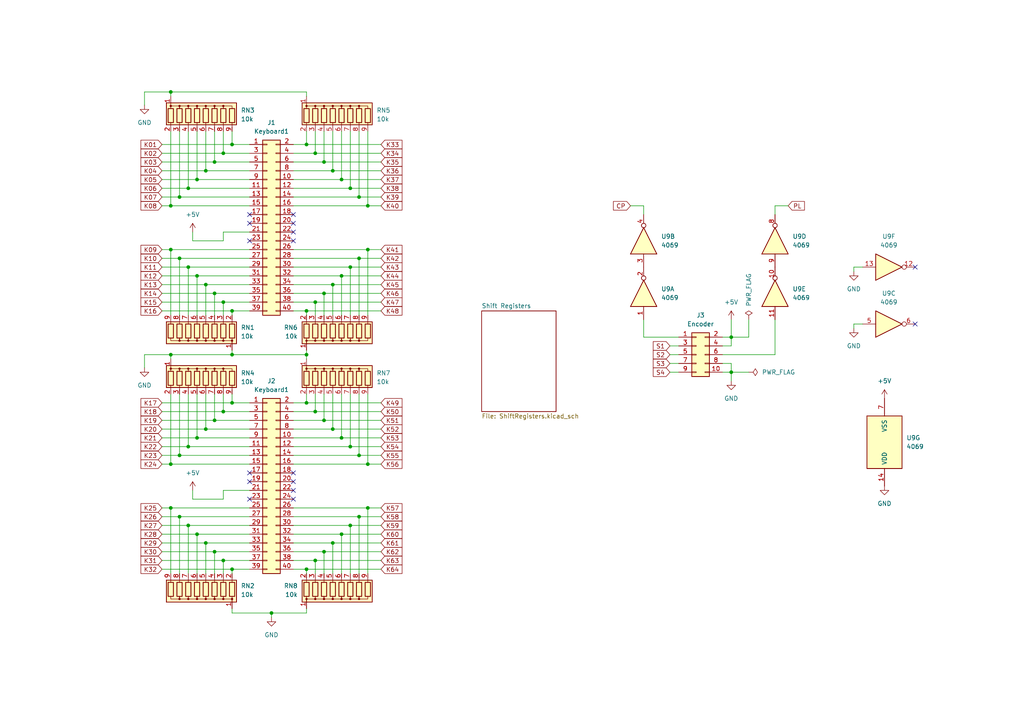
<source format=kicad_sch>
(kicad_sch (version 20230121) (generator eeschema)

  (uuid d680c8a8-f7c8-45e0-8761-25a942823b44)

  (paper "A4")

  (lib_symbols
    (symbol "4xxx:4069" (pin_names (offset 1.016)) (in_bom yes) (on_board yes)
      (property "Reference" "U" (at 0 1.27 0)
        (effects (font (size 1.27 1.27)))
      )
      (property "Value" "4069" (at 0 -1.27 0)
        (effects (font (size 1.27 1.27)))
      )
      (property "Footprint" "" (at 0 0 0)
        (effects (font (size 1.27 1.27)) hide)
      )
      (property "Datasheet" "http://www.intersil.com/content/dam/Intersil/documents/cd40/cd4069ubms.pdf" (at 0 0 0)
        (effects (font (size 1.27 1.27)) hide)
      )
      (property "ki_locked" "" (at 0 0 0)
        (effects (font (size 1.27 1.27)))
      )
      (property "ki_keywords" "CMOS NOT" (at 0 0 0)
        (effects (font (size 1.27 1.27)) hide)
      )
      (property "ki_description" "Hex inverter" (at 0 0 0)
        (effects (font (size 1.27 1.27)) hide)
      )
      (property "ki_fp_filters" "DIP?14*" (at 0 0 0)
        (effects (font (size 1.27 1.27)) hide)
      )
      (symbol "4069_1_0"
        (polyline
          (pts
            (xy -3.81 3.81)
            (xy -3.81 -3.81)
            (xy 3.81 0)
            (xy -3.81 3.81)
          )
          (stroke (width 0.254) (type default))
          (fill (type background))
        )
        (pin input line (at -7.62 0 0) (length 3.81)
          (name "~" (effects (font (size 1.27 1.27))))
          (number "1" (effects (font (size 1.27 1.27))))
        )
        (pin output inverted (at 7.62 0 180) (length 3.81)
          (name "~" (effects (font (size 1.27 1.27))))
          (number "2" (effects (font (size 1.27 1.27))))
        )
      )
      (symbol "4069_2_0"
        (polyline
          (pts
            (xy -3.81 3.81)
            (xy -3.81 -3.81)
            (xy 3.81 0)
            (xy -3.81 3.81)
          )
          (stroke (width 0.254) (type default))
          (fill (type background))
        )
        (pin input line (at -7.62 0 0) (length 3.81)
          (name "~" (effects (font (size 1.27 1.27))))
          (number "3" (effects (font (size 1.27 1.27))))
        )
        (pin output inverted (at 7.62 0 180) (length 3.81)
          (name "~" (effects (font (size 1.27 1.27))))
          (number "4" (effects (font (size 1.27 1.27))))
        )
      )
      (symbol "4069_3_0"
        (polyline
          (pts
            (xy -3.81 3.81)
            (xy -3.81 -3.81)
            (xy 3.81 0)
            (xy -3.81 3.81)
          )
          (stroke (width 0.254) (type default))
          (fill (type background))
        )
        (pin input line (at -7.62 0 0) (length 3.81)
          (name "~" (effects (font (size 1.27 1.27))))
          (number "5" (effects (font (size 1.27 1.27))))
        )
        (pin output inverted (at 7.62 0 180) (length 3.81)
          (name "~" (effects (font (size 1.27 1.27))))
          (number "6" (effects (font (size 1.27 1.27))))
        )
      )
      (symbol "4069_4_0"
        (polyline
          (pts
            (xy -3.81 3.81)
            (xy -3.81 -3.81)
            (xy 3.81 0)
            (xy -3.81 3.81)
          )
          (stroke (width 0.254) (type default))
          (fill (type background))
        )
        (pin output inverted (at 7.62 0 180) (length 3.81)
          (name "~" (effects (font (size 1.27 1.27))))
          (number "8" (effects (font (size 1.27 1.27))))
        )
        (pin input line (at -7.62 0 0) (length 3.81)
          (name "~" (effects (font (size 1.27 1.27))))
          (number "9" (effects (font (size 1.27 1.27))))
        )
      )
      (symbol "4069_5_0"
        (polyline
          (pts
            (xy -3.81 3.81)
            (xy -3.81 -3.81)
            (xy 3.81 0)
            (xy -3.81 3.81)
          )
          (stroke (width 0.254) (type default))
          (fill (type background))
        )
        (pin output inverted (at 7.62 0 180) (length 3.81)
          (name "~" (effects (font (size 1.27 1.27))))
          (number "10" (effects (font (size 1.27 1.27))))
        )
        (pin input line (at -7.62 0 0) (length 3.81)
          (name "~" (effects (font (size 1.27 1.27))))
          (number "11" (effects (font (size 1.27 1.27))))
        )
      )
      (symbol "4069_6_0"
        (polyline
          (pts
            (xy -3.81 3.81)
            (xy -3.81 -3.81)
            (xy 3.81 0)
            (xy -3.81 3.81)
          )
          (stroke (width 0.254) (type default))
          (fill (type background))
        )
        (pin output inverted (at 7.62 0 180) (length 3.81)
          (name "~" (effects (font (size 1.27 1.27))))
          (number "12" (effects (font (size 1.27 1.27))))
        )
        (pin input line (at -7.62 0 0) (length 3.81)
          (name "~" (effects (font (size 1.27 1.27))))
          (number "13" (effects (font (size 1.27 1.27))))
        )
      )
      (symbol "4069_7_0"
        (pin power_in line (at 0 12.7 270) (length 5.08)
          (name "VDD" (effects (font (size 1.27 1.27))))
          (number "14" (effects (font (size 1.27 1.27))))
        )
        (pin power_in line (at 0 -12.7 90) (length 5.08)
          (name "VSS" (effects (font (size 1.27 1.27))))
          (number "7" (effects (font (size 1.27 1.27))))
        )
      )
      (symbol "4069_7_1"
        (rectangle (start -5.08 7.62) (end 5.08 -7.62)
          (stroke (width 0.254) (type default))
          (fill (type background))
        )
      )
    )
    (symbol "Connector_Generic:Conn_02x05_Odd_Even" (pin_names (offset 1.016) hide) (in_bom yes) (on_board yes)
      (property "Reference" "J" (at 1.27 7.62 0)
        (effects (font (size 1.27 1.27)))
      )
      (property "Value" "Conn_02x05_Odd_Even" (at 1.27 -7.62 0)
        (effects (font (size 1.27 1.27)))
      )
      (property "Footprint" "" (at 0 0 0)
        (effects (font (size 1.27 1.27)) hide)
      )
      (property "Datasheet" "~" (at 0 0 0)
        (effects (font (size 1.27 1.27)) hide)
      )
      (property "ki_keywords" "connector" (at 0 0 0)
        (effects (font (size 1.27 1.27)) hide)
      )
      (property "ki_description" "Generic connector, double row, 02x05, odd/even pin numbering scheme (row 1 odd numbers, row 2 even numbers), script generated (kicad-library-utils/schlib/autogen/connector/)" (at 0 0 0)
        (effects (font (size 1.27 1.27)) hide)
      )
      (property "ki_fp_filters" "Connector*:*_2x??_*" (at 0 0 0)
        (effects (font (size 1.27 1.27)) hide)
      )
      (symbol "Conn_02x05_Odd_Even_1_1"
        (rectangle (start -1.27 -4.953) (end 0 -5.207)
          (stroke (width 0.1524) (type default))
          (fill (type none))
        )
        (rectangle (start -1.27 -2.413) (end 0 -2.667)
          (stroke (width 0.1524) (type default))
          (fill (type none))
        )
        (rectangle (start -1.27 0.127) (end 0 -0.127)
          (stroke (width 0.1524) (type default))
          (fill (type none))
        )
        (rectangle (start -1.27 2.667) (end 0 2.413)
          (stroke (width 0.1524) (type default))
          (fill (type none))
        )
        (rectangle (start -1.27 5.207) (end 0 4.953)
          (stroke (width 0.1524) (type default))
          (fill (type none))
        )
        (rectangle (start -1.27 6.35) (end 3.81 -6.35)
          (stroke (width 0.254) (type default))
          (fill (type background))
        )
        (rectangle (start 3.81 -4.953) (end 2.54 -5.207)
          (stroke (width 0.1524) (type default))
          (fill (type none))
        )
        (rectangle (start 3.81 -2.413) (end 2.54 -2.667)
          (stroke (width 0.1524) (type default))
          (fill (type none))
        )
        (rectangle (start 3.81 0.127) (end 2.54 -0.127)
          (stroke (width 0.1524) (type default))
          (fill (type none))
        )
        (rectangle (start 3.81 2.667) (end 2.54 2.413)
          (stroke (width 0.1524) (type default))
          (fill (type none))
        )
        (rectangle (start 3.81 5.207) (end 2.54 4.953)
          (stroke (width 0.1524) (type default))
          (fill (type none))
        )
        (pin passive line (at -5.08 5.08 0) (length 3.81)
          (name "Pin_1" (effects (font (size 1.27 1.27))))
          (number "1" (effects (font (size 1.27 1.27))))
        )
        (pin passive line (at 7.62 -5.08 180) (length 3.81)
          (name "Pin_10" (effects (font (size 1.27 1.27))))
          (number "10" (effects (font (size 1.27 1.27))))
        )
        (pin passive line (at 7.62 5.08 180) (length 3.81)
          (name "Pin_2" (effects (font (size 1.27 1.27))))
          (number "2" (effects (font (size 1.27 1.27))))
        )
        (pin passive line (at -5.08 2.54 0) (length 3.81)
          (name "Pin_3" (effects (font (size 1.27 1.27))))
          (number "3" (effects (font (size 1.27 1.27))))
        )
        (pin passive line (at 7.62 2.54 180) (length 3.81)
          (name "Pin_4" (effects (font (size 1.27 1.27))))
          (number "4" (effects (font (size 1.27 1.27))))
        )
        (pin passive line (at -5.08 0 0) (length 3.81)
          (name "Pin_5" (effects (font (size 1.27 1.27))))
          (number "5" (effects (font (size 1.27 1.27))))
        )
        (pin passive line (at 7.62 0 180) (length 3.81)
          (name "Pin_6" (effects (font (size 1.27 1.27))))
          (number "6" (effects (font (size 1.27 1.27))))
        )
        (pin passive line (at -5.08 -2.54 0) (length 3.81)
          (name "Pin_7" (effects (font (size 1.27 1.27))))
          (number "7" (effects (font (size 1.27 1.27))))
        )
        (pin passive line (at 7.62 -2.54 180) (length 3.81)
          (name "Pin_8" (effects (font (size 1.27 1.27))))
          (number "8" (effects (font (size 1.27 1.27))))
        )
        (pin passive line (at -5.08 -5.08 0) (length 3.81)
          (name "Pin_9" (effects (font (size 1.27 1.27))))
          (number "9" (effects (font (size 1.27 1.27))))
        )
      )
    )
    (symbol "Connector_Generic:Conn_02x20_Odd_Even" (pin_names (offset 1.016) hide) (in_bom yes) (on_board yes)
      (property "Reference" "J" (at 1.27 25.4 0)
        (effects (font (size 1.27 1.27)))
      )
      (property "Value" "Conn_02x20_Odd_Even" (at 1.27 -27.94 0)
        (effects (font (size 1.27 1.27)))
      )
      (property "Footprint" "" (at 0 0 0)
        (effects (font (size 1.27 1.27)) hide)
      )
      (property "Datasheet" "~" (at 0 0 0)
        (effects (font (size 1.27 1.27)) hide)
      )
      (property "ki_keywords" "connector" (at 0 0 0)
        (effects (font (size 1.27 1.27)) hide)
      )
      (property "ki_description" "Generic connector, double row, 02x20, odd/even pin numbering scheme (row 1 odd numbers, row 2 even numbers), script generated (kicad-library-utils/schlib/autogen/connector/)" (at 0 0 0)
        (effects (font (size 1.27 1.27)) hide)
      )
      (property "ki_fp_filters" "Connector*:*_2x??_*" (at 0 0 0)
        (effects (font (size 1.27 1.27)) hide)
      )
      (symbol "Conn_02x20_Odd_Even_1_1"
        (rectangle (start -1.27 -25.273) (end 0 -25.527)
          (stroke (width 0.1524) (type default))
          (fill (type none))
        )
        (rectangle (start -1.27 -22.733) (end 0 -22.987)
          (stroke (width 0.1524) (type default))
          (fill (type none))
        )
        (rectangle (start -1.27 -20.193) (end 0 -20.447)
          (stroke (width 0.1524) (type default))
          (fill (type none))
        )
        (rectangle (start -1.27 -17.653) (end 0 -17.907)
          (stroke (width 0.1524) (type default))
          (fill (type none))
        )
        (rectangle (start -1.27 -15.113) (end 0 -15.367)
          (stroke (width 0.1524) (type default))
          (fill (type none))
        )
        (rectangle (start -1.27 -12.573) (end 0 -12.827)
          (stroke (width 0.1524) (type default))
          (fill (type none))
        )
        (rectangle (start -1.27 -10.033) (end 0 -10.287)
          (stroke (width 0.1524) (type default))
          (fill (type none))
        )
        (rectangle (start -1.27 -7.493) (end 0 -7.747)
          (stroke (width 0.1524) (type default))
          (fill (type none))
        )
        (rectangle (start -1.27 -4.953) (end 0 -5.207)
          (stroke (width 0.1524) (type default))
          (fill (type none))
        )
        (rectangle (start -1.27 -2.413) (end 0 -2.667)
          (stroke (width 0.1524) (type default))
          (fill (type none))
        )
        (rectangle (start -1.27 0.127) (end 0 -0.127)
          (stroke (width 0.1524) (type default))
          (fill (type none))
        )
        (rectangle (start -1.27 2.667) (end 0 2.413)
          (stroke (width 0.1524) (type default))
          (fill (type none))
        )
        (rectangle (start -1.27 5.207) (end 0 4.953)
          (stroke (width 0.1524) (type default))
          (fill (type none))
        )
        (rectangle (start -1.27 7.747) (end 0 7.493)
          (stroke (width 0.1524) (type default))
          (fill (type none))
        )
        (rectangle (start -1.27 10.287) (end 0 10.033)
          (stroke (width 0.1524) (type default))
          (fill (type none))
        )
        (rectangle (start -1.27 12.827) (end 0 12.573)
          (stroke (width 0.1524) (type default))
          (fill (type none))
        )
        (rectangle (start -1.27 15.367) (end 0 15.113)
          (stroke (width 0.1524) (type default))
          (fill (type none))
        )
        (rectangle (start -1.27 17.907) (end 0 17.653)
          (stroke (width 0.1524) (type default))
          (fill (type none))
        )
        (rectangle (start -1.27 20.447) (end 0 20.193)
          (stroke (width 0.1524) (type default))
          (fill (type none))
        )
        (rectangle (start -1.27 22.987) (end 0 22.733)
          (stroke (width 0.1524) (type default))
          (fill (type none))
        )
        (rectangle (start -1.27 24.13) (end 3.81 -26.67)
          (stroke (width 0.254) (type default))
          (fill (type background))
        )
        (rectangle (start 3.81 -25.273) (end 2.54 -25.527)
          (stroke (width 0.1524) (type default))
          (fill (type none))
        )
        (rectangle (start 3.81 -22.733) (end 2.54 -22.987)
          (stroke (width 0.1524) (type default))
          (fill (type none))
        )
        (rectangle (start 3.81 -20.193) (end 2.54 -20.447)
          (stroke (width 0.1524) (type default))
          (fill (type none))
        )
        (rectangle (start 3.81 -17.653) (end 2.54 -17.907)
          (stroke (width 0.1524) (type default))
          (fill (type none))
        )
        (rectangle (start 3.81 -15.113) (end 2.54 -15.367)
          (stroke (width 0.1524) (type default))
          (fill (type none))
        )
        (rectangle (start 3.81 -12.573) (end 2.54 -12.827)
          (stroke (width 0.1524) (type default))
          (fill (type none))
        )
        (rectangle (start 3.81 -10.033) (end 2.54 -10.287)
          (stroke (width 0.1524) (type default))
          (fill (type none))
        )
        (rectangle (start 3.81 -7.493) (end 2.54 -7.747)
          (stroke (width 0.1524) (type default))
          (fill (type none))
        )
        (rectangle (start 3.81 -4.953) (end 2.54 -5.207)
          (stroke (width 0.1524) (type default))
          (fill (type none))
        )
        (rectangle (start 3.81 -2.413) (end 2.54 -2.667)
          (stroke (width 0.1524) (type default))
          (fill (type none))
        )
        (rectangle (start 3.81 0.127) (end 2.54 -0.127)
          (stroke (width 0.1524) (type default))
          (fill (type none))
        )
        (rectangle (start 3.81 2.667) (end 2.54 2.413)
          (stroke (width 0.1524) (type default))
          (fill (type none))
        )
        (rectangle (start 3.81 5.207) (end 2.54 4.953)
          (stroke (width 0.1524) (type default))
          (fill (type none))
        )
        (rectangle (start 3.81 7.747) (end 2.54 7.493)
          (stroke (width 0.1524) (type default))
          (fill (type none))
        )
        (rectangle (start 3.81 10.287) (end 2.54 10.033)
          (stroke (width 0.1524) (type default))
          (fill (type none))
        )
        (rectangle (start 3.81 12.827) (end 2.54 12.573)
          (stroke (width 0.1524) (type default))
          (fill (type none))
        )
        (rectangle (start 3.81 15.367) (end 2.54 15.113)
          (stroke (width 0.1524) (type default))
          (fill (type none))
        )
        (rectangle (start 3.81 17.907) (end 2.54 17.653)
          (stroke (width 0.1524) (type default))
          (fill (type none))
        )
        (rectangle (start 3.81 20.447) (end 2.54 20.193)
          (stroke (width 0.1524) (type default))
          (fill (type none))
        )
        (rectangle (start 3.81 22.987) (end 2.54 22.733)
          (stroke (width 0.1524) (type default))
          (fill (type none))
        )
        (pin passive line (at -5.08 22.86 0) (length 3.81)
          (name "Pin_1" (effects (font (size 1.27 1.27))))
          (number "1" (effects (font (size 1.27 1.27))))
        )
        (pin passive line (at 7.62 12.7 180) (length 3.81)
          (name "Pin_10" (effects (font (size 1.27 1.27))))
          (number "10" (effects (font (size 1.27 1.27))))
        )
        (pin passive line (at -5.08 10.16 0) (length 3.81)
          (name "Pin_11" (effects (font (size 1.27 1.27))))
          (number "11" (effects (font (size 1.27 1.27))))
        )
        (pin passive line (at 7.62 10.16 180) (length 3.81)
          (name "Pin_12" (effects (font (size 1.27 1.27))))
          (number "12" (effects (font (size 1.27 1.27))))
        )
        (pin passive line (at -5.08 7.62 0) (length 3.81)
          (name "Pin_13" (effects (font (size 1.27 1.27))))
          (number "13" (effects (font (size 1.27 1.27))))
        )
        (pin passive line (at 7.62 7.62 180) (length 3.81)
          (name "Pin_14" (effects (font (size 1.27 1.27))))
          (number "14" (effects (font (size 1.27 1.27))))
        )
        (pin passive line (at -5.08 5.08 0) (length 3.81)
          (name "Pin_15" (effects (font (size 1.27 1.27))))
          (number "15" (effects (font (size 1.27 1.27))))
        )
        (pin passive line (at 7.62 5.08 180) (length 3.81)
          (name "Pin_16" (effects (font (size 1.27 1.27))))
          (number "16" (effects (font (size 1.27 1.27))))
        )
        (pin passive line (at -5.08 2.54 0) (length 3.81)
          (name "Pin_17" (effects (font (size 1.27 1.27))))
          (number "17" (effects (font (size 1.27 1.27))))
        )
        (pin passive line (at 7.62 2.54 180) (length 3.81)
          (name "Pin_18" (effects (font (size 1.27 1.27))))
          (number "18" (effects (font (size 1.27 1.27))))
        )
        (pin passive line (at -5.08 0 0) (length 3.81)
          (name "Pin_19" (effects (font (size 1.27 1.27))))
          (number "19" (effects (font (size 1.27 1.27))))
        )
        (pin passive line (at 7.62 22.86 180) (length 3.81)
          (name "Pin_2" (effects (font (size 1.27 1.27))))
          (number "2" (effects (font (size 1.27 1.27))))
        )
        (pin passive line (at 7.62 0 180) (length 3.81)
          (name "Pin_20" (effects (font (size 1.27 1.27))))
          (number "20" (effects (font (size 1.27 1.27))))
        )
        (pin passive line (at -5.08 -2.54 0) (length 3.81)
          (name "Pin_21" (effects (font (size 1.27 1.27))))
          (number "21" (effects (font (size 1.27 1.27))))
        )
        (pin passive line (at 7.62 -2.54 180) (length 3.81)
          (name "Pin_22" (effects (font (size 1.27 1.27))))
          (number "22" (effects (font (size 1.27 1.27))))
        )
        (pin passive line (at -5.08 -5.08 0) (length 3.81)
          (name "Pin_23" (effects (font (size 1.27 1.27))))
          (number "23" (effects (font (size 1.27 1.27))))
        )
        (pin passive line (at 7.62 -5.08 180) (length 3.81)
          (name "Pin_24" (effects (font (size 1.27 1.27))))
          (number "24" (effects (font (size 1.27 1.27))))
        )
        (pin passive line (at -5.08 -7.62 0) (length 3.81)
          (name "Pin_25" (effects (font (size 1.27 1.27))))
          (number "25" (effects (font (size 1.27 1.27))))
        )
        (pin passive line (at 7.62 -7.62 180) (length 3.81)
          (name "Pin_26" (effects (font (size 1.27 1.27))))
          (number "26" (effects (font (size 1.27 1.27))))
        )
        (pin passive line (at -5.08 -10.16 0) (length 3.81)
          (name "Pin_27" (effects (font (size 1.27 1.27))))
          (number "27" (effects (font (size 1.27 1.27))))
        )
        (pin passive line (at 7.62 -10.16 180) (length 3.81)
          (name "Pin_28" (effects (font (size 1.27 1.27))))
          (number "28" (effects (font (size 1.27 1.27))))
        )
        (pin passive line (at -5.08 -12.7 0) (length 3.81)
          (name "Pin_29" (effects (font (size 1.27 1.27))))
          (number "29" (effects (font (size 1.27 1.27))))
        )
        (pin passive line (at -5.08 20.32 0) (length 3.81)
          (name "Pin_3" (effects (font (size 1.27 1.27))))
          (number "3" (effects (font (size 1.27 1.27))))
        )
        (pin passive line (at 7.62 -12.7 180) (length 3.81)
          (name "Pin_30" (effects (font (size 1.27 1.27))))
          (number "30" (effects (font (size 1.27 1.27))))
        )
        (pin passive line (at -5.08 -15.24 0) (length 3.81)
          (name "Pin_31" (effects (font (size 1.27 1.27))))
          (number "31" (effects (font (size 1.27 1.27))))
        )
        (pin passive line (at 7.62 -15.24 180) (length 3.81)
          (name "Pin_32" (effects (font (size 1.27 1.27))))
          (number "32" (effects (font (size 1.27 1.27))))
        )
        (pin passive line (at -5.08 -17.78 0) (length 3.81)
          (name "Pin_33" (effects (font (size 1.27 1.27))))
          (number "33" (effects (font (size 1.27 1.27))))
        )
        (pin passive line (at 7.62 -17.78 180) (length 3.81)
          (name "Pin_34" (effects (font (size 1.27 1.27))))
          (number "34" (effects (font (size 1.27 1.27))))
        )
        (pin passive line (at -5.08 -20.32 0) (length 3.81)
          (name "Pin_35" (effects (font (size 1.27 1.27))))
          (number "35" (effects (font (size 1.27 1.27))))
        )
        (pin passive line (at 7.62 -20.32 180) (length 3.81)
          (name "Pin_36" (effects (font (size 1.27 1.27))))
          (number "36" (effects (font (size 1.27 1.27))))
        )
        (pin passive line (at -5.08 -22.86 0) (length 3.81)
          (name "Pin_37" (effects (font (size 1.27 1.27))))
          (number "37" (effects (font (size 1.27 1.27))))
        )
        (pin passive line (at 7.62 -22.86 180) (length 3.81)
          (name "Pin_38" (effects (font (size 1.27 1.27))))
          (number "38" (effects (font (size 1.27 1.27))))
        )
        (pin passive line (at -5.08 -25.4 0) (length 3.81)
          (name "Pin_39" (effects (font (size 1.27 1.27))))
          (number "39" (effects (font (size 1.27 1.27))))
        )
        (pin passive line (at 7.62 20.32 180) (length 3.81)
          (name "Pin_4" (effects (font (size 1.27 1.27))))
          (number "4" (effects (font (size 1.27 1.27))))
        )
        (pin passive line (at 7.62 -25.4 180) (length 3.81)
          (name "Pin_40" (effects (font (size 1.27 1.27))))
          (number "40" (effects (font (size 1.27 1.27))))
        )
        (pin passive line (at -5.08 17.78 0) (length 3.81)
          (name "Pin_5" (effects (font (size 1.27 1.27))))
          (number "5" (effects (font (size 1.27 1.27))))
        )
        (pin passive line (at 7.62 17.78 180) (length 3.81)
          (name "Pin_6" (effects (font (size 1.27 1.27))))
          (number "6" (effects (font (size 1.27 1.27))))
        )
        (pin passive line (at -5.08 15.24 0) (length 3.81)
          (name "Pin_7" (effects (font (size 1.27 1.27))))
          (number "7" (effects (font (size 1.27 1.27))))
        )
        (pin passive line (at 7.62 15.24 180) (length 3.81)
          (name "Pin_8" (effects (font (size 1.27 1.27))))
          (number "8" (effects (font (size 1.27 1.27))))
        )
        (pin passive line (at -5.08 12.7 0) (length 3.81)
          (name "Pin_9" (effects (font (size 1.27 1.27))))
          (number "9" (effects (font (size 1.27 1.27))))
        )
      )
    )
    (symbol "Device:R_Network08" (pin_names (offset 0) hide) (in_bom yes) (on_board yes)
      (property "Reference" "RN" (at -12.7 0 90)
        (effects (font (size 1.27 1.27)))
      )
      (property "Value" "R_Network08" (at 10.16 0 90)
        (effects (font (size 1.27 1.27)))
      )
      (property "Footprint" "Resistor_THT:R_Array_SIP9" (at 12.065 0 90)
        (effects (font (size 1.27 1.27)) hide)
      )
      (property "Datasheet" "http://www.vishay.com/docs/31509/csc.pdf" (at 0 0 0)
        (effects (font (size 1.27 1.27)) hide)
      )
      (property "ki_keywords" "R network star-topology" (at 0 0 0)
        (effects (font (size 1.27 1.27)) hide)
      )
      (property "ki_description" "8 resistor network, star topology, bussed resistors, small symbol" (at 0 0 0)
        (effects (font (size 1.27 1.27)) hide)
      )
      (property "ki_fp_filters" "R?Array?SIP*" (at 0 0 0)
        (effects (font (size 1.27 1.27)) hide)
      )
      (symbol "R_Network08_0_1"
        (rectangle (start -11.43 -3.175) (end 8.89 3.175)
          (stroke (width 0.254) (type default))
          (fill (type background))
        )
        (rectangle (start -10.922 1.524) (end -9.398 -2.54)
          (stroke (width 0.254) (type default))
          (fill (type none))
        )
        (circle (center -10.16 2.286) (radius 0.254)
          (stroke (width 0) (type default))
          (fill (type outline))
        )
        (rectangle (start -8.382 1.524) (end -6.858 -2.54)
          (stroke (width 0.254) (type default))
          (fill (type none))
        )
        (circle (center -7.62 2.286) (radius 0.254)
          (stroke (width 0) (type default))
          (fill (type outline))
        )
        (rectangle (start -5.842 1.524) (end -4.318 -2.54)
          (stroke (width 0.254) (type default))
          (fill (type none))
        )
        (circle (center -5.08 2.286) (radius 0.254)
          (stroke (width 0) (type default))
          (fill (type outline))
        )
        (rectangle (start -3.302 1.524) (end -1.778 -2.54)
          (stroke (width 0.254) (type default))
          (fill (type none))
        )
        (circle (center -2.54 2.286) (radius 0.254)
          (stroke (width 0) (type default))
          (fill (type outline))
        )
        (rectangle (start -0.762 1.524) (end 0.762 -2.54)
          (stroke (width 0.254) (type default))
          (fill (type none))
        )
        (polyline
          (pts
            (xy -10.16 -2.54)
            (xy -10.16 -3.81)
          )
          (stroke (width 0) (type default))
          (fill (type none))
        )
        (polyline
          (pts
            (xy -7.62 -2.54)
            (xy -7.62 -3.81)
          )
          (stroke (width 0) (type default))
          (fill (type none))
        )
        (polyline
          (pts
            (xy -5.08 -2.54)
            (xy -5.08 -3.81)
          )
          (stroke (width 0) (type default))
          (fill (type none))
        )
        (polyline
          (pts
            (xy -2.54 -2.54)
            (xy -2.54 -3.81)
          )
          (stroke (width 0) (type default))
          (fill (type none))
        )
        (polyline
          (pts
            (xy 0 -2.54)
            (xy 0 -3.81)
          )
          (stroke (width 0) (type default))
          (fill (type none))
        )
        (polyline
          (pts
            (xy 2.54 -2.54)
            (xy 2.54 -3.81)
          )
          (stroke (width 0) (type default))
          (fill (type none))
        )
        (polyline
          (pts
            (xy 5.08 -2.54)
            (xy 5.08 -3.81)
          )
          (stroke (width 0) (type default))
          (fill (type none))
        )
        (polyline
          (pts
            (xy 7.62 -2.54)
            (xy 7.62 -3.81)
          )
          (stroke (width 0) (type default))
          (fill (type none))
        )
        (polyline
          (pts
            (xy -10.16 1.524)
            (xy -10.16 2.286)
            (xy -7.62 2.286)
            (xy -7.62 1.524)
          )
          (stroke (width 0) (type default))
          (fill (type none))
        )
        (polyline
          (pts
            (xy -7.62 1.524)
            (xy -7.62 2.286)
            (xy -5.08 2.286)
            (xy -5.08 1.524)
          )
          (stroke (width 0) (type default))
          (fill (type none))
        )
        (polyline
          (pts
            (xy -5.08 1.524)
            (xy -5.08 2.286)
            (xy -2.54 2.286)
            (xy -2.54 1.524)
          )
          (stroke (width 0) (type default))
          (fill (type none))
        )
        (polyline
          (pts
            (xy -2.54 1.524)
            (xy -2.54 2.286)
            (xy 0 2.286)
            (xy 0 1.524)
          )
          (stroke (width 0) (type default))
          (fill (type none))
        )
        (polyline
          (pts
            (xy 0 1.524)
            (xy 0 2.286)
            (xy 2.54 2.286)
            (xy 2.54 1.524)
          )
          (stroke (width 0) (type default))
          (fill (type none))
        )
        (polyline
          (pts
            (xy 2.54 1.524)
            (xy 2.54 2.286)
            (xy 5.08 2.286)
            (xy 5.08 1.524)
          )
          (stroke (width 0) (type default))
          (fill (type none))
        )
        (polyline
          (pts
            (xy 5.08 1.524)
            (xy 5.08 2.286)
            (xy 7.62 2.286)
            (xy 7.62 1.524)
          )
          (stroke (width 0) (type default))
          (fill (type none))
        )
        (circle (center 0 2.286) (radius 0.254)
          (stroke (width 0) (type default))
          (fill (type outline))
        )
        (rectangle (start 1.778 1.524) (end 3.302 -2.54)
          (stroke (width 0.254) (type default))
          (fill (type none))
        )
        (circle (center 2.54 2.286) (radius 0.254)
          (stroke (width 0) (type default))
          (fill (type outline))
        )
        (rectangle (start 4.318 1.524) (end 5.842 -2.54)
          (stroke (width 0.254) (type default))
          (fill (type none))
        )
        (circle (center 5.08 2.286) (radius 0.254)
          (stroke (width 0) (type default))
          (fill (type outline))
        )
        (rectangle (start 6.858 1.524) (end 8.382 -2.54)
          (stroke (width 0.254) (type default))
          (fill (type none))
        )
      )
      (symbol "R_Network08_1_1"
        (pin passive line (at -10.16 5.08 270) (length 2.54)
          (name "common" (effects (font (size 1.27 1.27))))
          (number "1" (effects (font (size 1.27 1.27))))
        )
        (pin passive line (at -10.16 -5.08 90) (length 1.27)
          (name "R1" (effects (font (size 1.27 1.27))))
          (number "2" (effects (font (size 1.27 1.27))))
        )
        (pin passive line (at -7.62 -5.08 90) (length 1.27)
          (name "R2" (effects (font (size 1.27 1.27))))
          (number "3" (effects (font (size 1.27 1.27))))
        )
        (pin passive line (at -5.08 -5.08 90) (length 1.27)
          (name "R3" (effects (font (size 1.27 1.27))))
          (number "4" (effects (font (size 1.27 1.27))))
        )
        (pin passive line (at -2.54 -5.08 90) (length 1.27)
          (name "R4" (effects (font (size 1.27 1.27))))
          (number "5" (effects (font (size 1.27 1.27))))
        )
        (pin passive line (at 0 -5.08 90) (length 1.27)
          (name "R5" (effects (font (size 1.27 1.27))))
          (number "6" (effects (font (size 1.27 1.27))))
        )
        (pin passive line (at 2.54 -5.08 90) (length 1.27)
          (name "R6" (effects (font (size 1.27 1.27))))
          (number "7" (effects (font (size 1.27 1.27))))
        )
        (pin passive line (at 5.08 -5.08 90) (length 1.27)
          (name "R7" (effects (font (size 1.27 1.27))))
          (number "8" (effects (font (size 1.27 1.27))))
        )
        (pin passive line (at 7.62 -5.08 90) (length 1.27)
          (name "R8" (effects (font (size 1.27 1.27))))
          (number "9" (effects (font (size 1.27 1.27))))
        )
      )
    )
    (symbol "power:+5V" (power) (pin_names (offset 0)) (in_bom yes) (on_board yes)
      (property "Reference" "#PWR" (at 0 -3.81 0)
        (effects (font (size 1.27 1.27)) hide)
      )
      (property "Value" "+5V" (at 0 3.556 0)
        (effects (font (size 1.27 1.27)))
      )
      (property "Footprint" "" (at 0 0 0)
        (effects (font (size 1.27 1.27)) hide)
      )
      (property "Datasheet" "" (at 0 0 0)
        (effects (font (size 1.27 1.27)) hide)
      )
      (property "ki_keywords" "global power" (at 0 0 0)
        (effects (font (size 1.27 1.27)) hide)
      )
      (property "ki_description" "Power symbol creates a global label with name \"+5V\"" (at 0 0 0)
        (effects (font (size 1.27 1.27)) hide)
      )
      (symbol "+5V_0_1"
        (polyline
          (pts
            (xy -0.762 1.27)
            (xy 0 2.54)
          )
          (stroke (width 0) (type default))
          (fill (type none))
        )
        (polyline
          (pts
            (xy 0 0)
            (xy 0 2.54)
          )
          (stroke (width 0) (type default))
          (fill (type none))
        )
        (polyline
          (pts
            (xy 0 2.54)
            (xy 0.762 1.27)
          )
          (stroke (width 0) (type default))
          (fill (type none))
        )
      )
      (symbol "+5V_1_1"
        (pin power_in line (at 0 0 90) (length 0) hide
          (name "+5V" (effects (font (size 1.27 1.27))))
          (number "1" (effects (font (size 1.27 1.27))))
        )
      )
    )
    (symbol "power:GND" (power) (pin_names (offset 0)) (in_bom yes) (on_board yes)
      (property "Reference" "#PWR" (at 0 -6.35 0)
        (effects (font (size 1.27 1.27)) hide)
      )
      (property "Value" "GND" (at 0 -3.81 0)
        (effects (font (size 1.27 1.27)))
      )
      (property "Footprint" "" (at 0 0 0)
        (effects (font (size 1.27 1.27)) hide)
      )
      (property "Datasheet" "" (at 0 0 0)
        (effects (font (size 1.27 1.27)) hide)
      )
      (property "ki_keywords" "global power" (at 0 0 0)
        (effects (font (size 1.27 1.27)) hide)
      )
      (property "ki_description" "Power symbol creates a global label with name \"GND\" , ground" (at 0 0 0)
        (effects (font (size 1.27 1.27)) hide)
      )
      (symbol "GND_0_1"
        (polyline
          (pts
            (xy 0 0)
            (xy 0 -1.27)
            (xy 1.27 -1.27)
            (xy 0 -2.54)
            (xy -1.27 -1.27)
            (xy 0 -1.27)
          )
          (stroke (width 0) (type default))
          (fill (type none))
        )
      )
      (symbol "GND_1_1"
        (pin power_in line (at 0 0 270) (length 0) hide
          (name "GND" (effects (font (size 1.27 1.27))))
          (number "1" (effects (font (size 1.27 1.27))))
        )
      )
    )
    (symbol "power:PWR_FLAG" (power) (pin_numbers hide) (pin_names (offset 0) hide) (in_bom yes) (on_board yes)
      (property "Reference" "#FLG" (at 0 1.905 0)
        (effects (font (size 1.27 1.27)) hide)
      )
      (property "Value" "PWR_FLAG" (at 0 3.81 0)
        (effects (font (size 1.27 1.27)))
      )
      (property "Footprint" "" (at 0 0 0)
        (effects (font (size 1.27 1.27)) hide)
      )
      (property "Datasheet" "~" (at 0 0 0)
        (effects (font (size 1.27 1.27)) hide)
      )
      (property "ki_keywords" "flag power" (at 0 0 0)
        (effects (font (size 1.27 1.27)) hide)
      )
      (property "ki_description" "Special symbol for telling ERC where power comes from" (at 0 0 0)
        (effects (font (size 1.27 1.27)) hide)
      )
      (symbol "PWR_FLAG_0_0"
        (pin power_out line (at 0 0 90) (length 0)
          (name "pwr" (effects (font (size 1.27 1.27))))
          (number "1" (effects (font (size 1.27 1.27))))
        )
      )
      (symbol "PWR_FLAG_0_1"
        (polyline
          (pts
            (xy 0 0)
            (xy 0 1.27)
            (xy -1.016 1.905)
            (xy 0 2.54)
            (xy 1.016 1.905)
            (xy 0 1.27)
          )
          (stroke (width 0) (type default))
          (fill (type none))
        )
      )
    )
  )

  (junction (at 64.77 162.56) (diameter 0) (color 0 0 0 0)
    (uuid 04ed4519-5360-449c-ada2-4fc309b282ab)
  )
  (junction (at 104.14 74.93) (diameter 0) (color 0 0 0 0)
    (uuid 0a28030d-50ed-4b17-903a-77bdb9d39740)
  )
  (junction (at 106.68 59.69) (diameter 0) (color 0 0 0 0)
    (uuid 0a4e58b2-08bf-4cc4-a5df-088cc33f0416)
  )
  (junction (at 67.31 116.84) (diameter 0) (color 0 0 0 0)
    (uuid 0bf73462-8bbf-4248-9a8f-23b8ad6a8ad7)
  )
  (junction (at 101.6 77.47) (diameter 0) (color 0 0 0 0)
    (uuid 1616cf9b-c9db-49ec-b20f-c663b46c5dca)
  )
  (junction (at 57.15 154.94) (diameter 0) (color 0 0 0 0)
    (uuid 17834f66-69f6-400f-975a-12a7d9e65185)
  )
  (junction (at 88.9 41.91) (diameter 0) (color 0 0 0 0)
    (uuid 18334b3f-0064-4184-8818-574c25c37512)
  )
  (junction (at 67.31 102.87) (diameter 0) (color 0 0 0 0)
    (uuid 1ad26d80-9765-4269-96d9-3fbc08b58279)
  )
  (junction (at 64.77 87.63) (diameter 0) (color 0 0 0 0)
    (uuid 23d80fb6-41b8-41ef-8042-236be4fc43cc)
  )
  (junction (at 104.14 149.86) (diameter 0) (color 0 0 0 0)
    (uuid 2dd21033-ed52-4c78-83db-7e2520cf0369)
  )
  (junction (at 52.07 132.08) (diameter 0) (color 0 0 0 0)
    (uuid 341ec2b8-2126-487d-81e2-32037bbe5a81)
  )
  (junction (at 104.14 132.08) (diameter 0) (color 0 0 0 0)
    (uuid 34c65117-e9b6-4e04-82f0-8d29c93ed9ba)
  )
  (junction (at 91.44 162.56) (diameter 0) (color 0 0 0 0)
    (uuid 3d1669b2-3982-4a29-b0d4-359122aafd03)
  )
  (junction (at 59.69 49.53) (diameter 0) (color 0 0 0 0)
    (uuid 3d802a29-cb6a-4193-baf7-ca7d2bc0b1f7)
  )
  (junction (at 62.23 160.02) (diameter 0) (color 0 0 0 0)
    (uuid 3e6be33c-4169-4740-b333-aa7a1bb07012)
  )
  (junction (at 93.98 121.92) (diameter 0) (color 0 0 0 0)
    (uuid 3fd0f5ef-adf1-485b-b4d0-41c30bce3ff9)
  )
  (junction (at 93.98 85.09) (diameter 0) (color 0 0 0 0)
    (uuid 4050f5e3-6c0b-4a91-ae6b-9601c9a4a5b8)
  )
  (junction (at 78.74 177.8) (diameter 0) (color 0 0 0 0)
    (uuid 4067c980-66ae-4779-9d6f-753927e18c25)
  )
  (junction (at 99.06 80.01) (diameter 0) (color 0 0 0 0)
    (uuid 44a8e8ef-564b-4945-9fa4-e8a6d6c3570c)
  )
  (junction (at 54.61 54.61) (diameter 0) (color 0 0 0 0)
    (uuid 537e900b-6664-4339-b3a7-5bf0291efc89)
  )
  (junction (at 106.68 72.39) (diameter 0) (color 0 0 0 0)
    (uuid 53912b83-7d56-4a31-af1d-390bd46b5d81)
  )
  (junction (at 96.52 124.46) (diameter 0) (color 0 0 0 0)
    (uuid 54795bcf-8d43-4176-867a-85e7eaf84c94)
  )
  (junction (at 52.07 149.86) (diameter 0) (color 0 0 0 0)
    (uuid 553ba50d-f07a-439d-877d-4b0d95198b03)
  )
  (junction (at 212.09 97.79) (diameter 0) (color 0 0 0 0)
    (uuid 55c9555f-045b-4bcb-a379-a41356a06164)
  )
  (junction (at 99.06 52.07) (diameter 0) (color 0 0 0 0)
    (uuid 5a5e8ea0-be86-4b1f-a95e-4ea8bf8a13f2)
  )
  (junction (at 93.98 160.02) (diameter 0) (color 0 0 0 0)
    (uuid 5f3d5182-20f2-40bc-b2d1-942563244d18)
  )
  (junction (at 52.07 74.93) (diameter 0) (color 0 0 0 0)
    (uuid 60a37d89-d63d-4793-8fe9-8637dde2fc8c)
  )
  (junction (at 49.53 72.39) (diameter 0) (color 0 0 0 0)
    (uuid 628e5267-edf6-4414-8935-7732b0f8cd21)
  )
  (junction (at 59.69 124.46) (diameter 0) (color 0 0 0 0)
    (uuid 642097fb-1547-4fa1-9bba-7d86182269f3)
  )
  (junction (at 52.07 57.15) (diameter 0) (color 0 0 0 0)
    (uuid 677cc9ff-b386-4922-9019-653a4a5c4dbe)
  )
  (junction (at 59.69 157.48) (diameter 0) (color 0 0 0 0)
    (uuid 6c21a9d1-5509-4dfa-b486-5a83bc9aac46)
  )
  (junction (at 99.06 127) (diameter 0) (color 0 0 0 0)
    (uuid 6d936773-aa77-449a-baab-8115fd588581)
  )
  (junction (at 99.06 154.94) (diameter 0) (color 0 0 0 0)
    (uuid 6fb5bdd8-9867-437a-ae37-c6399d0f3161)
  )
  (junction (at 101.6 129.54) (diameter 0) (color 0 0 0 0)
    (uuid 75c35826-41f2-4214-b4c8-ec6437150d55)
  )
  (junction (at 96.52 157.48) (diameter 0) (color 0 0 0 0)
    (uuid 79e60a73-6952-4519-b89b-31282368ba54)
  )
  (junction (at 104.14 57.15) (diameter 0) (color 0 0 0 0)
    (uuid 7cb19247-561b-4789-b826-4c55c97c24f3)
  )
  (junction (at 88.9 165.1) (diameter 0) (color 0 0 0 0)
    (uuid 804c6e28-6602-4ada-ab34-ec0ddd468c55)
  )
  (junction (at 62.23 46.99) (diameter 0) (color 0 0 0 0)
    (uuid 8c36afd5-e009-4140-bab3-a79e46c222ab)
  )
  (junction (at 93.98 46.99) (diameter 0) (color 0 0 0 0)
    (uuid 90ac0c92-4b9a-49fc-9a0e-5e3463a008ba)
  )
  (junction (at 57.15 52.07) (diameter 0) (color 0 0 0 0)
    (uuid 9454f825-a125-4540-b791-9daf545fdedd)
  )
  (junction (at 62.23 85.09) (diameter 0) (color 0 0 0 0)
    (uuid 9ace0713-d6cc-471c-a2d5-0eb00a97be60)
  )
  (junction (at 91.44 44.45) (diameter 0) (color 0 0 0 0)
    (uuid 9ca63612-60ba-411d-b195-3f2fba9768ef)
  )
  (junction (at 64.77 119.38) (diameter 0) (color 0 0 0 0)
    (uuid 9d80614f-441b-405d-a3c3-a16e09134de1)
  )
  (junction (at 67.31 165.1) (diameter 0) (color 0 0 0 0)
    (uuid a02ccf47-9303-4e38-808e-ad691a24147a)
  )
  (junction (at 54.61 77.47) (diameter 0) (color 0 0 0 0)
    (uuid a340be1a-1658-4188-9b9c-77ea13462b18)
  )
  (junction (at 91.44 119.38) (diameter 0) (color 0 0 0 0)
    (uuid a8183708-97d9-4f4f-821c-69f9488e36ee)
  )
  (junction (at 67.31 41.91) (diameter 0) (color 0 0 0 0)
    (uuid a90b9663-ebf1-4639-8e8c-6c75eeaa0865)
  )
  (junction (at 101.6 152.4) (diameter 0) (color 0 0 0 0)
    (uuid b2d2e3e7-7d47-445c-8109-5f15153e80f5)
  )
  (junction (at 67.31 90.17) (diameter 0) (color 0 0 0 0)
    (uuid cd4d9cce-6a0a-4723-934d-9882b42ab094)
  )
  (junction (at 57.15 80.01) (diameter 0) (color 0 0 0 0)
    (uuid ce185b4f-5492-4a2d-8907-1e380e89e3d5)
  )
  (junction (at 54.61 129.54) (diameter 0) (color 0 0 0 0)
    (uuid d17e34ff-0af5-48e8-9e2e-1b189f442526)
  )
  (junction (at 106.68 134.62) (diameter 0) (color 0 0 0 0)
    (uuid d2a75015-e9f7-4f34-b74c-b42f07ba43f1)
  )
  (junction (at 49.53 59.69) (diameter 0) (color 0 0 0 0)
    (uuid d34224c5-7e9a-405e-afa6-9ca2b8cba174)
  )
  (junction (at 54.61 152.4) (diameter 0) (color 0 0 0 0)
    (uuid d7344882-753c-4f4b-9fd2-79bc4017e52c)
  )
  (junction (at 64.77 44.45) (diameter 0) (color 0 0 0 0)
    (uuid d9a2b4b1-3ad1-454e-8912-ad8c6eac5eb8)
  )
  (junction (at 49.53 147.32) (diameter 0) (color 0 0 0 0)
    (uuid d9a61714-7f64-468b-9a0f-313df8b825e7)
  )
  (junction (at 57.15 127) (diameter 0) (color 0 0 0 0)
    (uuid da0ac80a-d549-43eb-9109-c71cffdf8fd5)
  )
  (junction (at 212.09 107.95) (diameter 0) (color 0 0 0 0)
    (uuid da5c3cb7-4446-44e6-b466-624e2507db85)
  )
  (junction (at 96.52 49.53) (diameter 0) (color 0 0 0 0)
    (uuid dbff6ad1-f002-49a2-9040-4437cc4ce281)
  )
  (junction (at 96.52 82.55) (diameter 0) (color 0 0 0 0)
    (uuid dc5016fd-bc71-4d3f-9ab2-49c8f42830e5)
  )
  (junction (at 62.23 121.92) (diameter 0) (color 0 0 0 0)
    (uuid dd2d4759-14fe-4f43-a651-2081bdcf0b80)
  )
  (junction (at 49.53 102.87) (diameter 0) (color 0 0 0 0)
    (uuid de358622-88cf-4036-ae0d-074380bf32cb)
  )
  (junction (at 88.9 102.87) (diameter 0) (color 0 0 0 0)
    (uuid defae1e3-a683-45e3-aa1d-45fa55a33bdf)
  )
  (junction (at 88.9 90.17) (diameter 0) (color 0 0 0 0)
    (uuid e0d33812-8d8f-4587-bb3b-5f42e4e02abd)
  )
  (junction (at 49.53 134.62) (diameter 0) (color 0 0 0 0)
    (uuid e43e1f13-42df-471e-bd4e-1763265ded25)
  )
  (junction (at 88.9 116.84) (diameter 0) (color 0 0 0 0)
    (uuid ed065ac8-413a-4413-92c7-2fe5e8167f6a)
  )
  (junction (at 59.69 82.55) (diameter 0) (color 0 0 0 0)
    (uuid f543cc57-dee5-467d-af46-8febd4749c42)
  )
  (junction (at 106.68 147.32) (diameter 0) (color 0 0 0 0)
    (uuid f582e9a0-5588-428e-945f-a0b3d8227f62)
  )
  (junction (at 91.44 87.63) (diameter 0) (color 0 0 0 0)
    (uuid fa4ff46d-80af-43ce-b404-356b358b13c3)
  )
  (junction (at 101.6 54.61) (diameter 0) (color 0 0 0 0)
    (uuid fc903d67-e558-4e3a-96c5-8b25744a1298)
  )
  (junction (at 49.53 26.67) (diameter 0) (color 0 0 0 0)
    (uuid fd18b1db-0a07-4041-a75e-705125db7f19)
  )

  (no_connect (at 265.43 93.98) (uuid 1c2e8a68-291c-4a55-a020-5550fe5fa261))
  (no_connect (at 265.43 77.47) (uuid 1c2e8a68-291c-4a55-a020-5550fe5fa262))
  (no_connect (at 72.39 69.85) (uuid 2a726ace-47db-424e-9f4d-ff79a9170f1b))
  (no_connect (at 72.39 62.23) (uuid 2a726ace-47db-424e-9f4d-ff79a9170f1c))
  (no_connect (at 72.39 64.77) (uuid 2a726ace-47db-424e-9f4d-ff79a9170f1d))
  (no_connect (at 85.09 69.85) (uuid 2a726ace-47db-424e-9f4d-ff79a9170f1e))
  (no_connect (at 85.09 67.31) (uuid 2a726ace-47db-424e-9f4d-ff79a9170f1f))
  (no_connect (at 85.09 62.23) (uuid 2a726ace-47db-424e-9f4d-ff79a9170f20))
  (no_connect (at 85.09 137.16) (uuid 2a726ace-47db-424e-9f4d-ff79a9170f21))
  (no_connect (at 85.09 144.78) (uuid 2a726ace-47db-424e-9f4d-ff79a9170f22))
  (no_connect (at 85.09 142.24) (uuid 2a726ace-47db-424e-9f4d-ff79a9170f23))
  (no_connect (at 72.39 137.16) (uuid 2a726ace-47db-424e-9f4d-ff79a9170f24))
  (no_connect (at 72.39 139.7) (uuid 2a726ace-47db-424e-9f4d-ff79a9170f25))
  (no_connect (at 72.39 144.78) (uuid 2a726ace-47db-424e-9f4d-ff79a9170f26))
  (no_connect (at 85.09 139.7) (uuid 99c03194-909a-4800-b076-2403db875f6a))
  (no_connect (at 85.09 64.77) (uuid daec5310-602c-44db-8166-615190a3454e))

  (wire (pts (xy 85.09 157.48) (xy 96.52 157.48))
    (stroke (width 0) (type default))
    (uuid 045d2ef3-66a5-4fb0-88ad-79fe8e2eb650)
  )
  (wire (pts (xy 96.52 124.46) (xy 110.49 124.46))
    (stroke (width 0) (type default))
    (uuid 050d5202-8be0-4ddc-9ba1-87363991cbd6)
  )
  (wire (pts (xy 67.31 166.37) (xy 67.31 165.1))
    (stroke (width 0) (type default))
    (uuid 05bc58e4-f037-48c9-be8f-18d05b48ba09)
  )
  (wire (pts (xy 104.14 74.93) (xy 110.49 74.93))
    (stroke (width 0) (type default))
    (uuid 065c6ab3-a9ee-41e5-a956-fd9ad9661d52)
  )
  (wire (pts (xy 88.9 90.17) (xy 85.09 90.17))
    (stroke (width 0) (type default))
    (uuid 070a0c69-3393-4be9-8353-c3880abccb43)
  )
  (wire (pts (xy 101.6 129.54) (xy 110.49 129.54))
    (stroke (width 0) (type default))
    (uuid 077a5533-bc1e-487b-9e03-8a9b60723e06)
  )
  (wire (pts (xy 104.14 91.44) (xy 104.14 74.93))
    (stroke (width 0) (type default))
    (uuid 096031f3-3e69-4a8d-a1cf-910f2fa2719f)
  )
  (wire (pts (xy 99.06 80.01) (xy 85.09 80.01))
    (stroke (width 0) (type default))
    (uuid 0a8833fe-62cd-4f0e-ae85-b3b982a365e8)
  )
  (wire (pts (xy 72.39 134.62) (xy 49.53 134.62))
    (stroke (width 0) (type default))
    (uuid 0b2a6bd1-2bdf-47dc-b6a4-336409f0b52b)
  )
  (wire (pts (xy 78.74 177.8) (xy 67.31 177.8))
    (stroke (width 0) (type default))
    (uuid 0d676512-cf3b-48d1-b149-d931b3a17c8f)
  )
  (wire (pts (xy 96.52 82.55) (xy 110.49 82.55))
    (stroke (width 0) (type default))
    (uuid 0faae435-f824-4ad6-a47e-b6e447bdca23)
  )
  (wire (pts (xy 62.23 46.99) (xy 62.23 38.1))
    (stroke (width 0) (type default))
    (uuid 10601e71-cf4d-471d-bb7c-68587587a1e5)
  )
  (wire (pts (xy 209.55 102.87) (xy 224.79 102.87))
    (stroke (width 0) (type default))
    (uuid 10ee51bf-9c7d-4a5a-8f0f-eec9a9edf57e)
  )
  (wire (pts (xy 46.99 59.69) (xy 49.53 59.69))
    (stroke (width 0) (type default))
    (uuid 11300e93-44cb-4894-b27c-0b70456ff55f)
  )
  (wire (pts (xy 46.99 41.91) (xy 67.31 41.91))
    (stroke (width 0) (type default))
    (uuid 1459d1fd-46e1-4aff-9b00-05027dea38bb)
  )
  (wire (pts (xy 212.09 107.95) (xy 209.55 107.95))
    (stroke (width 0) (type default))
    (uuid 185dc453-20e1-4dee-9be2-90eeba247bee)
  )
  (wire (pts (xy 212.09 107.95) (xy 217.17 107.95))
    (stroke (width 0) (type default))
    (uuid 18a9ca65-ca7d-4120-bc40-5b07d7a473d4)
  )
  (wire (pts (xy 88.9 102.87) (xy 88.9 101.6))
    (stroke (width 0) (type default))
    (uuid 1976c98c-8990-4f40-b90d-8cf1f93a7b75)
  )
  (wire (pts (xy 64.77 119.38) (xy 64.77 114.3))
    (stroke (width 0) (type default))
    (uuid 1a171b2d-e065-4e15-8601-210ec4d3dec4)
  )
  (wire (pts (xy 46.99 121.92) (xy 62.23 121.92))
    (stroke (width 0) (type default))
    (uuid 1a32d14a-5229-49dc-b507-acfe0cb445a1)
  )
  (wire (pts (xy 85.09 116.84) (xy 88.9 116.84))
    (stroke (width 0) (type default))
    (uuid 1a6f0eec-312b-4ca8-91fd-a3a21595474e)
  )
  (wire (pts (xy 46.99 152.4) (xy 54.61 152.4))
    (stroke (width 0) (type default))
    (uuid 1aad99a9-00a4-414e-be9a-ca338bf7c573)
  )
  (wire (pts (xy 85.09 44.45) (xy 91.44 44.45))
    (stroke (width 0) (type default))
    (uuid 1b94c327-9a70-4b0e-969b-e731a564e93d)
  )
  (wire (pts (xy 93.98 46.99) (xy 110.49 46.99))
    (stroke (width 0) (type default))
    (uuid 1bb67992-6374-44ed-a532-8dd5a4cc2e6d)
  )
  (wire (pts (xy 96.52 124.46) (xy 96.52 114.3))
    (stroke (width 0) (type default))
    (uuid 1bbf396d-9b1a-489f-b61a-ec8cb1a5baba)
  )
  (wire (pts (xy 46.99 74.93) (xy 52.07 74.93))
    (stroke (width 0) (type default))
    (uuid 1c6f352f-d21c-4271-938f-d7f772eb5596)
  )
  (wire (pts (xy 93.98 121.92) (xy 110.49 121.92))
    (stroke (width 0) (type default))
    (uuid 1cf4b16a-bd35-4d19-ae89-6375a9e72b5a)
  )
  (wire (pts (xy 96.52 157.48) (xy 96.52 166.37))
    (stroke (width 0) (type default))
    (uuid 1f1b8c35-50c0-448b-a933-113c9a070d20)
  )
  (wire (pts (xy 54.61 54.61) (xy 54.61 38.1))
    (stroke (width 0) (type default))
    (uuid 219092b0-a6fd-49dd-9580-4f9a2c8ba35e)
  )
  (wire (pts (xy 64.77 44.45) (xy 64.77 38.1))
    (stroke (width 0) (type default))
    (uuid 2484afb6-9af7-43d3-8275-9a730b3cde5f)
  )
  (wire (pts (xy 101.6 77.47) (xy 110.49 77.47))
    (stroke (width 0) (type default))
    (uuid 24a8fddf-d073-413f-970b-88f84fcd76ff)
  )
  (wire (pts (xy 106.68 147.32) (xy 106.68 166.37))
    (stroke (width 0) (type default))
    (uuid 24d9b1e4-c6bc-40b5-ac4b-f47cb7c963d1)
  )
  (wire (pts (xy 46.99 77.47) (xy 54.61 77.47))
    (stroke (width 0) (type default))
    (uuid 2594e094-c8d1-494d-8286-ec6966ef0fd8)
  )
  (wire (pts (xy 224.79 59.69) (xy 228.6 59.69))
    (stroke (width 0) (type default))
    (uuid 25c68e3f-a0ef-40c9-8494-3daffd238a8b)
  )
  (wire (pts (xy 72.39 49.53) (xy 59.69 49.53))
    (stroke (width 0) (type default))
    (uuid 262ff6ff-f796-4cc6-b538-6ee699d33626)
  )
  (wire (pts (xy 194.31 105.41) (xy 196.85 105.41))
    (stroke (width 0) (type default))
    (uuid 26805630-cb92-48dc-9512-d2c4279587b8)
  )
  (wire (pts (xy 46.99 134.62) (xy 49.53 134.62))
    (stroke (width 0) (type default))
    (uuid 26ffc851-f63b-4707-a0d2-0ff946c90f8f)
  )
  (wire (pts (xy 104.14 74.93) (xy 85.09 74.93))
    (stroke (width 0) (type default))
    (uuid 275464f4-aab3-4f71-b796-a77365253d56)
  )
  (wire (pts (xy 49.53 134.62) (xy 49.53 114.3))
    (stroke (width 0) (type default))
    (uuid 29a57dfd-9cc1-4970-9370-f35cdfd8a336)
  )
  (wire (pts (xy 209.55 105.41) (xy 212.09 105.41))
    (stroke (width 0) (type default))
    (uuid 2bedfc60-bda4-4ef7-8ab4-b084ea84b8a5)
  )
  (wire (pts (xy 194.31 102.87) (xy 196.85 102.87))
    (stroke (width 0) (type default))
    (uuid 30b8d4ab-e968-4239-96da-59ed5d62864e)
  )
  (wire (pts (xy 224.79 62.23) (xy 224.79 59.69))
    (stroke (width 0) (type default))
    (uuid 3333cc4a-3884-4e27-8474-43768adf4125)
  )
  (wire (pts (xy 67.31 91.44) (xy 67.31 90.17))
    (stroke (width 0) (type default))
    (uuid 33dcd80f-f21d-4e66-bafe-69211b7efb97)
  )
  (wire (pts (xy 46.99 54.61) (xy 54.61 54.61))
    (stroke (width 0) (type default))
    (uuid 347b862d-e59d-4222-aba5-f38c1355078b)
  )
  (wire (pts (xy 46.99 116.84) (xy 67.31 116.84))
    (stroke (width 0) (type default))
    (uuid 35c1dfbf-2d8b-40e2-9682-bde7c08a5e86)
  )
  (wire (pts (xy 52.07 57.15) (xy 52.07 38.1))
    (stroke (width 0) (type default))
    (uuid 36622aac-0807-4bac-9908-9e786aea03d9)
  )
  (wire (pts (xy 247.65 77.47) (xy 250.19 77.47))
    (stroke (width 0) (type default))
    (uuid 36aea89e-90dd-493e-a5c6-d5f5d6c8f370)
  )
  (wire (pts (xy 46.99 82.55) (xy 59.69 82.55))
    (stroke (width 0) (type default))
    (uuid 37aeb400-0bfc-408e-9791-9d72a919d7b0)
  )
  (wire (pts (xy 212.09 105.41) (xy 212.09 107.95))
    (stroke (width 0) (type default))
    (uuid 37c96355-b0d3-4a79-bc9d-5fbe8f5ae139)
  )
  (wire (pts (xy 41.91 30.48) (xy 41.91 26.67))
    (stroke (width 0) (type default))
    (uuid 382b139f-99ea-47f4-adcc-25b339eb003c)
  )
  (wire (pts (xy 88.9 165.1) (xy 110.49 165.1))
    (stroke (width 0) (type default))
    (uuid 39c135bb-f3cb-4978-869e-ddf27af2948c)
  )
  (wire (pts (xy 62.23 160.02) (xy 72.39 160.02))
    (stroke (width 0) (type default))
    (uuid 3b61168f-df40-48fb-9cf6-b9398b2e54cf)
  )
  (wire (pts (xy 85.09 160.02) (xy 93.98 160.02))
    (stroke (width 0) (type default))
    (uuid 3daa865f-7a6c-422a-b352-8bf1ba0a6796)
  )
  (wire (pts (xy 85.09 149.86) (xy 104.14 149.86))
    (stroke (width 0) (type default))
    (uuid 3dff9aea-fa40-4b8f-a189-98a3cd398288)
  )
  (wire (pts (xy 49.53 147.32) (xy 72.39 147.32))
    (stroke (width 0) (type default))
    (uuid 407dba66-6b7b-4d79-a1b1-bd1aab5da330)
  )
  (wire (pts (xy 96.52 82.55) (xy 96.52 91.44))
    (stroke (width 0) (type default))
    (uuid 40acacc1-01f9-4e1b-9ef5-b2a9c8a11ed4)
  )
  (wire (pts (xy 101.6 152.4) (xy 101.6 166.37))
    (stroke (width 0) (type default))
    (uuid 4120fb18-a747-4bb5-bc07-38c98839a4a2)
  )
  (wire (pts (xy 52.07 132.08) (xy 52.07 114.3))
    (stroke (width 0) (type default))
    (uuid 418df924-a237-420e-9cef-4a1e226684df)
  )
  (wire (pts (xy 110.49 119.38) (xy 91.44 119.38))
    (stroke (width 0) (type default))
    (uuid 42aba393-8cc2-425a-83dd-3b222e76470c)
  )
  (wire (pts (xy 93.98 121.92) (xy 93.98 114.3))
    (stroke (width 0) (type default))
    (uuid 4649d899-1fb8-4abc-b8d3-89f205a1bbaa)
  )
  (wire (pts (xy 49.53 26.67) (xy 88.9 26.67))
    (stroke (width 0) (type default))
    (uuid 46fd8e12-7060-43bc-80fc-8e6b8e2da062)
  )
  (wire (pts (xy 72.39 124.46) (xy 59.69 124.46))
    (stroke (width 0) (type default))
    (uuid 472c752d-d6aa-4db9-81ad-3c0e8c13bbd0)
  )
  (wire (pts (xy 59.69 91.44) (xy 59.69 82.55))
    (stroke (width 0) (type default))
    (uuid 47e731b2-9088-45a4-9403-2f74014000da)
  )
  (wire (pts (xy 186.69 92.71) (xy 186.69 97.79))
    (stroke (width 0) (type default))
    (uuid 47e7f7a3-a832-4851-9029-fdb111fa3418)
  )
  (wire (pts (xy 64.77 144.78) (xy 64.77 142.24))
    (stroke (width 0) (type default))
    (uuid 49a4480e-e172-4c8a-a1e1-75366dab25ae)
  )
  (wire (pts (xy 78.74 177.8) (xy 78.74 179.07))
    (stroke (width 0) (type default))
    (uuid 4a7eb1ea-98f6-4577-96bb-89f36ca1d7d4)
  )
  (wire (pts (xy 110.49 57.15) (xy 104.14 57.15))
    (stroke (width 0) (type default))
    (uuid 4d467f7f-4287-4f56-aadd-80ad10866319)
  )
  (wire (pts (xy 46.99 119.38) (xy 64.77 119.38))
    (stroke (width 0) (type default))
    (uuid 4f49e253-91ae-4536-b8c2-0ffc24ae387b)
  )
  (wire (pts (xy 91.44 162.56) (xy 110.49 162.56))
    (stroke (width 0) (type default))
    (uuid 4fd4440d-67c9-44e0-8e0e-2e02231fe320)
  )
  (wire (pts (xy 99.06 80.01) (xy 110.49 80.01))
    (stroke (width 0) (type default))
    (uuid 50ce6b12-c6de-4c79-9671-695bfc4edc0c)
  )
  (wire (pts (xy 46.99 87.63) (xy 64.77 87.63))
    (stroke (width 0) (type default))
    (uuid 516c8469-f588-4e86-b214-53d03718203e)
  )
  (wire (pts (xy 72.39 54.61) (xy 54.61 54.61))
    (stroke (width 0) (type default))
    (uuid 519fb78c-4ba4-4a5f-afb5-f8a983d55357)
  )
  (wire (pts (xy 72.39 59.69) (xy 49.53 59.69))
    (stroke (width 0) (type default))
    (uuid 51b075f0-aa6e-406f-a65a-61348242d472)
  )
  (wire (pts (xy 96.52 49.53) (xy 110.49 49.53))
    (stroke (width 0) (type default))
    (uuid 5239a698-e729-46ae-94e4-49894d36827f)
  )
  (wire (pts (xy 247.65 95.25) (xy 247.65 93.98))
    (stroke (width 0) (type default))
    (uuid 529c5cc0-27e0-4340-ab2f-880ed7f00542)
  )
  (wire (pts (xy 49.53 166.37) (xy 49.53 147.32))
    (stroke (width 0) (type default))
    (uuid 52b796ab-2214-4525-a9d4-9449363f5fec)
  )
  (wire (pts (xy 106.68 134.62) (xy 110.49 134.62))
    (stroke (width 0) (type default))
    (uuid 533db601-cbcf-404e-ad4e-5c2aebd20e5d)
  )
  (wire (pts (xy 91.44 44.45) (xy 91.44 38.1))
    (stroke (width 0) (type default))
    (uuid 5448a793-a566-49d8-8be7-709314777029)
  )
  (wire (pts (xy 85.09 41.91) (xy 88.9 41.91))
    (stroke (width 0) (type default))
    (uuid 54ff42b5-5663-4879-803e-7fcab601ef12)
  )
  (wire (pts (xy 46.99 157.48) (xy 59.69 157.48))
    (stroke (width 0) (type default))
    (uuid 55adc40b-2782-4698-9edb-8bd47814a57f)
  )
  (wire (pts (xy 52.07 74.93) (xy 72.39 74.93))
    (stroke (width 0) (type default))
    (uuid 55f67a19-30f2-4312-ac1d-2405d5979a6a)
  )
  (wire (pts (xy 57.15 154.94) (xy 72.39 154.94))
    (stroke (width 0) (type default))
    (uuid 57b3363a-9fa1-49cf-b4ab-42783086bfea)
  )
  (wire (pts (xy 72.39 129.54) (xy 54.61 129.54))
    (stroke (width 0) (type default))
    (uuid 57c1436b-f832-4aff-a26d-53c1c2cbf361)
  )
  (wire (pts (xy 186.69 59.69) (xy 182.88 59.69))
    (stroke (width 0) (type default))
    (uuid 5860c446-ed39-436c-b36d-65a5be06f907)
  )
  (wire (pts (xy 88.9 41.91) (xy 110.49 41.91))
    (stroke (width 0) (type default))
    (uuid 58bc8407-ebf0-4e16-979b-e40fef2d29b5)
  )
  (wire (pts (xy 104.14 114.3) (xy 104.14 132.08))
    (stroke (width 0) (type default))
    (uuid 599de6cd-fc75-4f41-b0b1-c392c743b241)
  )
  (wire (pts (xy 106.68 72.39) (xy 110.49 72.39))
    (stroke (width 0) (type default))
    (uuid 5d90dcdc-d4a8-4494-8a6c-8a3928bcf35a)
  )
  (wire (pts (xy 91.44 87.63) (xy 110.49 87.63))
    (stroke (width 0) (type default))
    (uuid 5db0ab78-1ca7-4865-9846-36dc3cf1d886)
  )
  (wire (pts (xy 104.14 166.37) (xy 104.14 149.86))
    (stroke (width 0) (type default))
    (uuid 5dc27c39-399a-4f97-ab4c-238f4230f308)
  )
  (wire (pts (xy 212.09 97.79) (xy 209.55 97.79))
    (stroke (width 0) (type default))
    (uuid 5dcdbfa1-2c80-4c34-9d8a-66fa2b97fed7)
  )
  (wire (pts (xy 46.99 49.53) (xy 59.69 49.53))
    (stroke (width 0) (type default))
    (uuid 5de27c43-6fb5-40e0-88bc-9493a82f227b)
  )
  (wire (pts (xy 217.17 92.71) (xy 217.17 97.79))
    (stroke (width 0) (type default))
    (uuid 5e069bd8-9bc0-4950-94b9-926a43ced6f0)
  )
  (wire (pts (xy 46.99 147.32) (xy 49.53 147.32))
    (stroke (width 0) (type default))
    (uuid 5ebc6bf4-1fb0-4d1b-a4d2-12eca6646c2f)
  )
  (wire (pts (xy 46.99 46.99) (xy 62.23 46.99))
    (stroke (width 0) (type default))
    (uuid 5ef71a28-5bf0-4000-a5f8-77b1e8e18033)
  )
  (wire (pts (xy 52.07 91.44) (xy 52.07 74.93))
    (stroke (width 0) (type default))
    (uuid 5f4e90da-6621-4ed2-9c1f-3cfb57036979)
  )
  (wire (pts (xy 101.6 54.61) (xy 110.49 54.61))
    (stroke (width 0) (type default))
    (uuid 61a06c61-1843-4659-a000-5d3d5a5ec62d)
  )
  (wire (pts (xy 247.65 93.98) (xy 250.19 93.98))
    (stroke (width 0) (type default))
    (uuid 620221bd-cac3-4a37-bea4-8a1bd567e26e)
  )
  (wire (pts (xy 67.31 102.87) (xy 88.9 102.87))
    (stroke (width 0) (type default))
    (uuid 62462d0a-1e23-45f7-aa6b-c50845fca3fa)
  )
  (wire (pts (xy 49.53 59.69) (xy 49.53 38.1))
    (stroke (width 0) (type default))
    (uuid 628b7fe4-3fdd-4844-a403-64b36c0bbaa7)
  )
  (wire (pts (xy 64.77 69.85) (xy 64.77 67.31))
    (stroke (width 0) (type default))
    (uuid 62c4055e-3a45-4531-a348-b96a5c752f6c)
  )
  (wire (pts (xy 91.44 114.3) (xy 91.44 119.38))
    (stroke (width 0) (type default))
    (uuid 63e79f23-56b1-44a4-852e-42bd128431fd)
  )
  (wire (pts (xy 212.09 100.33) (xy 212.09 97.79))
    (stroke (width 0) (type default))
    (uuid 647f9b33-438d-425b-a71c-f9c29b240ddc)
  )
  (wire (pts (xy 194.31 107.95) (xy 196.85 107.95))
    (stroke (width 0) (type default))
    (uuid 65eb3321-3bfa-4099-aa8d-31967cca85ed)
  )
  (wire (pts (xy 49.53 102.87) (xy 67.31 102.87))
    (stroke (width 0) (type default))
    (uuid 67297b03-b8aa-449e-b8b5-02f99d4032f8)
  )
  (wire (pts (xy 46.99 57.15) (xy 52.07 57.15))
    (stroke (width 0) (type default))
    (uuid 67d4931e-63d6-4f0f-a2b0-daf3450b1cec)
  )
  (wire (pts (xy 57.15 91.44) (xy 57.15 80.01))
    (stroke (width 0) (type default))
    (uuid 68237ac9-b946-4ab7-a4b0-1958acfc44e3)
  )
  (wire (pts (xy 209.55 100.33) (xy 212.09 100.33))
    (stroke (width 0) (type default))
    (uuid 68bfd634-9d23-4aae-b93b-ae7e04a46d68)
  )
  (wire (pts (xy 194.31 100.33) (xy 196.85 100.33))
    (stroke (width 0) (type default))
    (uuid 69bed426-66ac-4363-b4ad-82187a1be7e5)
  )
  (wire (pts (xy 64.77 166.37) (xy 64.77 162.56))
    (stroke (width 0) (type default))
    (uuid 6b087e93-df64-4cd9-a0f3-955db27706d2)
  )
  (wire (pts (xy 72.39 57.15) (xy 52.07 57.15))
    (stroke (width 0) (type default))
    (uuid 6b1fd44a-588e-4b1f-99c3-258ec0d653be)
  )
  (wire (pts (xy 64.77 67.31) (xy 72.39 67.31))
    (stroke (width 0) (type default))
    (uuid 6be83747-9123-4e91-ba5e-bfb8c4efa4ba)
  )
  (wire (pts (xy 62.23 166.37) (xy 62.23 160.02))
    (stroke (width 0) (type default))
    (uuid 6c02832b-e05a-4f05-a31f-e1dc04967bd0)
  )
  (wire (pts (xy 85.09 147.32) (xy 106.68 147.32))
    (stroke (width 0) (type default))
    (uuid 6c161aa1-ee03-4a76-938b-0d04a0d7661c)
  )
  (wire (pts (xy 55.88 69.85) (xy 64.77 69.85))
    (stroke (width 0) (type default))
    (uuid 6c3c0ab1-8512-471e-9b01-e4b9717d700c)
  )
  (wire (pts (xy 85.09 127) (xy 99.06 127))
    (stroke (width 0) (type default))
    (uuid 6d2e9e9e-184b-4637-9f6a-fb4f641b230f)
  )
  (wire (pts (xy 85.09 165.1) (xy 88.9 165.1))
    (stroke (width 0) (type default))
    (uuid 6ef24ef2-284d-4ea6-b593-180b82372e1e)
  )
  (wire (pts (xy 212.09 110.49) (xy 212.09 107.95))
    (stroke (width 0) (type default))
    (uuid 70bbd4a3-1479-4957-9e00-1376a740eaaf)
  )
  (wire (pts (xy 54.61 77.47) (xy 72.39 77.47))
    (stroke (width 0) (type default))
    (uuid 70c30008-92c5-4d94-bb3e-65cf8d384c87)
  )
  (wire (pts (xy 52.07 166.37) (xy 52.07 149.86))
    (stroke (width 0) (type default))
    (uuid 72ee9950-8627-4742-b099-c5127e21a76a)
  )
  (wire (pts (xy 46.99 124.46) (xy 59.69 124.46))
    (stroke (width 0) (type default))
    (uuid 75839675-1f79-4d20-8f41-ae5d83acb93c)
  )
  (wire (pts (xy 46.99 52.07) (xy 57.15 52.07))
    (stroke (width 0) (type default))
    (uuid 769d29f2-bf82-4482-b311-6b5884fc7281)
  )
  (wire (pts (xy 85.09 59.69) (xy 106.68 59.69))
    (stroke (width 0) (type default))
    (uuid 78651541-c4c9-490c-a411-261422a6e520)
  )
  (wire (pts (xy 72.39 116.84) (xy 67.31 116.84))
    (stroke (width 0) (type default))
    (uuid 7acc3d98-03a4-4dda-b562-fb6ee2d729e5)
  )
  (wire (pts (xy 62.23 121.92) (xy 62.23 114.3))
    (stroke (width 0) (type default))
    (uuid 7adbb013-66ed-4fbb-aaa9-5d8fc51bb5bd)
  )
  (wire (pts (xy 46.99 44.45) (xy 64.77 44.45))
    (stroke (width 0) (type default))
    (uuid 7c499270-6460-419e-82a7-c4cf926e37eb)
  )
  (wire (pts (xy 217.17 97.79) (xy 212.09 97.79))
    (stroke (width 0) (type default))
    (uuid 7ce258d7-eafa-49cc-a1f3-77c4046dd656)
  )
  (wire (pts (xy 85.09 162.56) (xy 91.44 162.56))
    (stroke (width 0) (type default))
    (uuid 7d8f1d7c-e10c-4785-a925-b5774bc9e867)
  )
  (wire (pts (xy 85.09 129.54) (xy 101.6 129.54))
    (stroke (width 0) (type default))
    (uuid 7e79e698-c433-4abf-86ac-fda5a8f1c5bb)
  )
  (wire (pts (xy 55.88 144.78) (xy 64.77 144.78))
    (stroke (width 0) (type default))
    (uuid 7f3e21b2-ee67-4e7a-a735-736964603da9)
  )
  (wire (pts (xy 46.99 129.54) (xy 54.61 129.54))
    (stroke (width 0) (type default))
    (uuid 822e080d-3eab-4c7b-a9a5-e36d8bf81921)
  )
  (wire (pts (xy 54.61 166.37) (xy 54.61 152.4))
    (stroke (width 0) (type default))
    (uuid 830c9250-246d-482d-9b3a-21c281fbd093)
  )
  (wire (pts (xy 93.98 166.37) (xy 93.98 160.02))
    (stroke (width 0) (type default))
    (uuid 83134c9a-20bb-4c34-980c-e72af96394a7)
  )
  (wire (pts (xy 101.6 152.4) (xy 110.49 152.4))
    (stroke (width 0) (type default))
    (uuid 837479d7-80bc-4d42-ad2f-9365857bb391)
  )
  (wire (pts (xy 104.14 149.86) (xy 110.49 149.86))
    (stroke (width 0) (type default))
    (uuid 862f7894-c411-457d-8642-a2fe6e0f4368)
  )
  (wire (pts (xy 46.99 132.08) (xy 52.07 132.08))
    (stroke (width 0) (type default))
    (uuid 86ae49e9-e574-43a1-a069-553f05d6d3aa)
  )
  (wire (pts (xy 106.68 134.62) (xy 106.68 114.3))
    (stroke (width 0) (type default))
    (uuid 871523af-18e2-471e-915e-0e5a007fe427)
  )
  (wire (pts (xy 99.06 154.94) (xy 110.49 154.94))
    (stroke (width 0) (type default))
    (uuid 87c050fe-0b49-4379-b45d-306bf1e342b6)
  )
  (wire (pts (xy 212.09 92.71) (xy 212.09 97.79))
    (stroke (width 0) (type default))
    (uuid 8a2f3f87-213c-4ff7-a005-5bec23c14e9c)
  )
  (wire (pts (xy 104.14 132.08) (xy 110.49 132.08))
    (stroke (width 0) (type default))
    (uuid 8b4a721d-644e-461a-9278-79324e245815)
  )
  (wire (pts (xy 67.31 90.17) (xy 72.39 90.17))
    (stroke (width 0) (type default))
    (uuid 8cb7b4c3-ffa8-4a76-913c-753041c59c15)
  )
  (wire (pts (xy 72.39 121.92) (xy 62.23 121.92))
    (stroke (width 0) (type default))
    (uuid 905c8490-a061-4f27-aedf-edf5706c9a30)
  )
  (wire (pts (xy 91.44 87.63) (xy 91.44 91.44))
    (stroke (width 0) (type default))
    (uuid 9140e550-10e1-4141-8f39-0f1b9e034570)
  )
  (wire (pts (xy 85.09 134.62) (xy 106.68 134.62))
    (stroke (width 0) (type default))
    (uuid 92752dcd-9afa-4034-86f6-e01a7dd81bd2)
  )
  (wire (pts (xy 106.68 72.39) (xy 106.68 91.44))
    (stroke (width 0) (type default))
    (uuid 93c28c76-d33f-4dd6-9eb8-ab56dfa6391a)
  )
  (wire (pts (xy 41.91 102.87) (xy 49.53 102.87))
    (stroke (width 0) (type default))
    (uuid 93d138dd-1fd0-4573-be68-2db9f6888951)
  )
  (wire (pts (xy 54.61 129.54) (xy 54.61 114.3))
    (stroke (width 0) (type default))
    (uuid 94dbd190-f1fb-46be-bf0e-2d8965096fa3)
  )
  (wire (pts (xy 64.77 87.63) (xy 72.39 87.63))
    (stroke (width 0) (type default))
    (uuid 94eeb4eb-4343-4168-a7c4-96d1fe2fc67d)
  )
  (wire (pts (xy 49.53 91.44) (xy 49.53 72.39))
    (stroke (width 0) (type default))
    (uuid 95b43df9-8d76-4d51-92fb-f8dba0c4faf1)
  )
  (wire (pts (xy 106.68 59.69) (xy 110.49 59.69))
    (stroke (width 0) (type default))
    (uuid 96239ae1-3c68-4355-b987-10ddfa6ef400)
  )
  (wire (pts (xy 59.69 114.3) (xy 59.69 124.46))
    (stroke (width 0) (type default))
    (uuid 993518aa-080c-4f5f-8147-9d97659821ac)
  )
  (wire (pts (xy 46.99 85.09) (xy 62.23 85.09))
    (stroke (width 0) (type default))
    (uuid 9a3e071e-8c60-4e8d-bbdf-1b0cccce14ea)
  )
  (wire (pts (xy 64.77 142.24) (xy 72.39 142.24))
    (stroke (width 0) (type default))
    (uuid 9ae5f07c-6790-45a6-8e21-6b294966088f)
  )
  (wire (pts (xy 99.06 52.07) (xy 110.49 52.07))
    (stroke (width 0) (type default))
    (uuid 9b35fd4e-9f59-4944-b7e2-8eda0fed349b)
  )
  (wire (pts (xy 72.39 127) (xy 57.15 127))
    (stroke (width 0) (type default))
    (uuid 9b68a40c-93b1-49a2-9577-a2d292fba9be)
  )
  (wire (pts (xy 85.09 87.63) (xy 91.44 87.63))
    (stroke (width 0) (type default))
    (uuid 9bf6e73a-e1b6-40a1-a074-db7518dba155)
  )
  (wire (pts (xy 72.39 46.99) (xy 62.23 46.99))
    (stroke (width 0) (type default))
    (uuid 9cd5974e-7992-4af1-a00b-e3b2f6b933cf)
  )
  (wire (pts (xy 49.53 72.39) (xy 72.39 72.39))
    (stroke (width 0) (type default))
    (uuid 9d3d106d-0f3a-4a95-9607-4b709cf7182a)
  )
  (wire (pts (xy 55.88 67.31) (xy 55.88 69.85))
    (stroke (width 0) (type default))
    (uuid 9dfcad2d-ba51-4953-95ec-c8c8ed4876fb)
  )
  (wire (pts (xy 85.09 119.38) (xy 91.44 119.38))
    (stroke (width 0) (type default))
    (uuid a09cff1b-0c14-42ec-b2f9-45da1373f56b)
  )
  (wire (pts (xy 67.31 41.91) (xy 67.31 38.1))
    (stroke (width 0) (type default))
    (uuid a0f47a21-8db5-4167-86b4-5ac9dee40a4d)
  )
  (wire (pts (xy 186.69 97.79) (xy 196.85 97.79))
    (stroke (width 0) (type default))
    (uuid a1679e00-b595-4c70-aa1d-c93921c27f17)
  )
  (wire (pts (xy 72.39 132.08) (xy 52.07 132.08))
    (stroke (width 0) (type default))
    (uuid a1ca2c70-43e4-42ad-affe-e491c499375e)
  )
  (wire (pts (xy 104.14 132.08) (xy 85.09 132.08))
    (stroke (width 0) (type default))
    (uuid a1f8f47b-133e-4528-99fc-94b9596c2295)
  )
  (wire (pts (xy 46.99 165.1) (xy 67.31 165.1))
    (stroke (width 0) (type default))
    (uuid a439dc54-8d33-4f06-8af4-ae295cbed9e1)
  )
  (wire (pts (xy 54.61 91.44) (xy 54.61 77.47))
    (stroke (width 0) (type default))
    (uuid a45f7e89-458a-4218-bdca-9cab5981080d)
  )
  (wire (pts (xy 99.06 91.44) (xy 99.06 80.01))
    (stroke (width 0) (type default))
    (uuid a5061323-9c87-481b-ac4f-876a9a62c842)
  )
  (wire (pts (xy 67.31 116.84) (xy 67.31 114.3))
    (stroke (width 0) (type default))
    (uuid a5e4abbf-7e53-4a1b-89e7-11ecd0356f2a)
  )
  (wire (pts (xy 49.53 27.94) (xy 49.53 26.67))
    (stroke (width 0) (type default))
    (uuid ab8c8c1a-855e-4c0f-a087-ecb1f60a724d)
  )
  (wire (pts (xy 62.23 85.09) (xy 72.39 85.09))
    (stroke (width 0) (type default))
    (uuid ad2a212e-b8b2-4203-9830-04518267ef76)
  )
  (wire (pts (xy 46.99 149.86) (xy 52.07 149.86))
    (stroke (width 0) (type default))
    (uuid af9b3576-3d09-4512-b709-26ce512f502d)
  )
  (wire (pts (xy 85.09 52.07) (xy 99.06 52.07))
    (stroke (width 0) (type default))
    (uuid afba22f0-75c9-45e6-9617-0ef76521a661)
  )
  (wire (pts (xy 52.07 149.86) (xy 72.39 149.86))
    (stroke (width 0) (type default))
    (uuid b0b0cecc-b8c8-43f2-a254-35f954b65907)
  )
  (wire (pts (xy 88.9 176.53) (xy 88.9 177.8))
    (stroke (width 0) (type default))
    (uuid b0c6fe36-af1b-4711-b803-04c641d9360f)
  )
  (wire (pts (xy 224.79 102.87) (xy 224.79 92.71))
    (stroke (width 0) (type default))
    (uuid b433fde4-b84c-4625-9488-783a3357fc02)
  )
  (wire (pts (xy 85.09 154.94) (xy 99.06 154.94))
    (stroke (width 0) (type default))
    (uuid b462c46d-ba93-4b95-b45b-f5d7cb294708)
  )
  (wire (pts (xy 85.09 54.61) (xy 101.6 54.61))
    (stroke (width 0) (type default))
    (uuid b60f629d-cf39-4da0-818a-a1481d9f2cc2)
  )
  (wire (pts (xy 72.39 41.91) (xy 67.31 41.91))
    (stroke (width 0) (type default))
    (uuid b6a7137b-6666-4e27-924f-18cb936e70a8)
  )
  (wire (pts (xy 101.6 54.61) (xy 101.6 38.1))
    (stroke (width 0) (type default))
    (uuid b78e6081-4490-4d50-9486-df2f46a60cae)
  )
  (wire (pts (xy 106.68 59.69) (xy 106.68 38.1))
    (stroke (width 0) (type default))
    (uuid b7a82670-85aa-499f-8e7b-fb29b6ac2989)
  )
  (wire (pts (xy 88.9 166.37) (xy 88.9 165.1))
    (stroke (width 0) (type default))
    (uuid b867d26f-3ab3-4520-ab1e-52f73fd531a2)
  )
  (wire (pts (xy 57.15 52.07) (xy 57.15 38.1))
    (stroke (width 0) (type default))
    (uuid baf1480c-b879-481a-bd5e-f8fcb0e3f5a3)
  )
  (wire (pts (xy 46.99 154.94) (xy 57.15 154.94))
    (stroke (width 0) (type default))
    (uuid c01da500-d2eb-4ff8-be92-01d71acfceca)
  )
  (wire (pts (xy 49.53 104.14) (xy 49.53 102.87))
    (stroke (width 0) (type default))
    (uuid c055e2d7-9e33-4d63-977f-680d8a52daf1)
  )
  (wire (pts (xy 85.09 72.39) (xy 106.68 72.39))
    (stroke (width 0) (type default))
    (uuid c131bfe9-f7e4-40f7-906c-6359f36837ed)
  )
  (wire (pts (xy 72.39 52.07) (xy 57.15 52.07))
    (stroke (width 0) (type default))
    (uuid c33a7222-427b-434b-b855-9a88c5c72491)
  )
  (wire (pts (xy 64.77 91.44) (xy 64.77 87.63))
    (stroke (width 0) (type default))
    (uuid c3575e50-7083-47e1-84ea-f2a959a60259)
  )
  (wire (pts (xy 93.98 85.09) (xy 110.49 85.09))
    (stroke (width 0) (type default))
    (uuid c3fa6137-a20a-42ee-a5af-97f36ce5ab61)
  )
  (wire (pts (xy 88.9 116.84) (xy 88.9 114.3))
    (stroke (width 0) (type default))
    (uuid c4e6a21c-2bab-4eff-ae4b-a4e93fa0b438)
  )
  (wire (pts (xy 57.15 80.01) (xy 72.39 80.01))
    (stroke (width 0) (type default))
    (uuid c5c0c610-3c7f-4889-bc5f-bff9341c0694)
  )
  (wire (pts (xy 91.44 44.45) (xy 110.49 44.45))
    (stroke (width 0) (type default))
    (uuid c6072fc0-5882-445e-b5c4-27851986abd7)
  )
  (wire (pts (xy 46.99 90.17) (xy 67.31 90.17))
    (stroke (width 0) (type default))
    (uuid c711fec8-b1ab-47fb-8b9e-8bc1d3b0452b)
  )
  (wire (pts (xy 88.9 177.8) (xy 78.74 177.8))
    (stroke (width 0) (type default))
    (uuid c8ee4ed3-a1f0-4043-b742-0f38f58ae4a7)
  )
  (wire (pts (xy 88.9 26.67) (xy 88.9 27.94))
    (stroke (width 0) (type default))
    (uuid ca588c85-f11b-49a5-8062-574e2196875c)
  )
  (wire (pts (xy 88.9 116.84) (xy 110.49 116.84))
    (stroke (width 0) (type default))
    (uuid cb0e2263-2708-4149-88c9-5cef5077f26c)
  )
  (wire (pts (xy 55.88 142.24) (xy 55.88 144.78))
    (stroke (width 0) (type default))
    (uuid cb8976f0-6010-4906-9e8c-ad30d73a77a2)
  )
  (wire (pts (xy 54.61 152.4) (xy 72.39 152.4))
    (stroke (width 0) (type default))
    (uuid cbcd47bc-714b-4709-8b04-1f2873323660)
  )
  (wire (pts (xy 46.99 162.56) (xy 64.77 162.56))
    (stroke (width 0) (type default))
    (uuid cd9fe469-deec-406f-908e-cbb226774c12)
  )
  (wire (pts (xy 57.15 166.37) (xy 57.15 154.94))
    (stroke (width 0) (type default))
    (uuid d1fa03fe-579f-4c08-a991-31df78347982)
  )
  (wire (pts (xy 96.52 49.53) (xy 96.52 38.1))
    (stroke (width 0) (type default))
    (uuid d44a9ece-59fd-409c-adec-36600d9cf423)
  )
  (wire (pts (xy 104.14 57.15) (xy 85.09 57.15))
    (stroke (width 0) (type default))
    (uuid d4895caa-2d55-4786-8c5e-549cb8970c67)
  )
  (wire (pts (xy 91.44 162.56) (xy 91.44 166.37))
    (stroke (width 0) (type default))
    (uuid d62f55db-b507-4fbf-8a04-fb60dda45648)
  )
  (wire (pts (xy 247.65 78.74) (xy 247.65 77.47))
    (stroke (width 0) (type default))
    (uuid d639997f-6425-42ba-ac96-b90f7893a55c)
  )
  (wire (pts (xy 93.98 160.02) (xy 110.49 160.02))
    (stroke (width 0) (type default))
    (uuid d7188446-5b51-4e3f-b279-f2074dcab7b2)
  )
  (wire (pts (xy 59.69 38.1) (xy 59.69 49.53))
    (stroke (width 0) (type default))
    (uuid d822cce6-3f29-4fdb-a999-4d8ecd79961a)
  )
  (wire (pts (xy 88.9 102.87) (xy 88.9 104.14))
    (stroke (width 0) (type default))
    (uuid d979e1dd-8a2c-4555-9974-540144c37b0d)
  )
  (wire (pts (xy 85.09 121.92) (xy 93.98 121.92))
    (stroke (width 0) (type default))
    (uuid da3d7358-3089-4990-a951-d4318518be9e)
  )
  (wire (pts (xy 59.69 82.55) (xy 72.39 82.55))
    (stroke (width 0) (type default))
    (uuid da640e5e-7278-4977-a4c6-172574d442b9)
  )
  (wire (pts (xy 41.91 26.67) (xy 49.53 26.67))
    (stroke (width 0) (type default))
    (uuid da69054f-06f4-47e7-8ab2-d174101c5147)
  )
  (wire (pts (xy 64.77 162.56) (xy 72.39 162.56))
    (stroke (width 0) (type default))
    (uuid da6d674e-1e6d-4bcf-9612-ed61cd12b191)
  )
  (wire (pts (xy 67.31 177.8) (xy 67.31 176.53))
    (stroke (width 0) (type default))
    (uuid db2b1709-a5cf-4147-8e1c-2d3b3473f9a7)
  )
  (wire (pts (xy 93.98 85.09) (xy 85.09 85.09))
    (stroke (width 0) (type default))
    (uuid db68324b-b792-45f7-ad05-8f246fe8e1d0)
  )
  (wire (pts (xy 85.09 49.53) (xy 96.52 49.53))
    (stroke (width 0) (type default))
    (uuid db7b8dc3-33c7-4775-9f1b-1ea2064a3431)
  )
  (wire (pts (xy 88.9 90.17) (xy 110.49 90.17))
    (stroke (width 0) (type default))
    (uuid dd4bcaae-3fd1-4874-901d-c085ee37456c)
  )
  (wire (pts (xy 46.99 80.01) (xy 57.15 80.01))
    (stroke (width 0) (type default))
    (uuid de134f73-1e55-4553-b1ed-b774f6304369)
  )
  (wire (pts (xy 46.99 72.39) (xy 49.53 72.39))
    (stroke (width 0) (type default))
    (uuid de616530-6677-4a8a-ace1-3a15e8d2c0f8)
  )
  (wire (pts (xy 59.69 166.37) (xy 59.69 157.48))
    (stroke (width 0) (type default))
    (uuid df074b2f-aa07-4113-a85e-611e4966c009)
  )
  (wire (pts (xy 101.6 77.47) (xy 101.6 91.44))
    (stroke (width 0) (type default))
    (uuid df6d18fc-2f1f-42d5-92a1-684369ca0dbc)
  )
  (wire (pts (xy 99.06 166.37) (xy 99.06 154.94))
    (stroke (width 0) (type default))
    (uuid e1c57106-b088-41ae-878b-a10a99f0bb31)
  )
  (wire (pts (xy 104.14 38.1) (xy 104.14 57.15))
    (stroke (width 0) (type default))
    (uuid e36c42bd-bde6-4b33-b0a9-04543ecbc350)
  )
  (wire (pts (xy 46.99 127) (xy 57.15 127))
    (stroke (width 0) (type default))
    (uuid e3aaffcf-120f-41c5-b06e-58763af3e3ad)
  )
  (wire (pts (xy 72.39 44.45) (xy 64.77 44.45))
    (stroke (width 0) (type default))
    (uuid e4f3c26d-e80b-4caf-bee6-b9bf6b42ced5)
  )
  (wire (pts (xy 85.09 82.55) (xy 96.52 82.55))
    (stroke (width 0) (type default))
    (uuid e5f5b371-9e95-46d0-bf79-81582c90deeb)
  )
  (wire (pts (xy 46.99 160.02) (xy 62.23 160.02))
    (stroke (width 0) (type default))
    (uuid e71ed2f4-5f3a-4a57-919a-89761ae2f171)
  )
  (wire (pts (xy 62.23 91.44) (xy 62.23 85.09))
    (stroke (width 0) (type default))
    (uuid e77d60f0-b783-4fb5-9226-e3d77cba5cfa)
  )
  (wire (pts (xy 85.09 124.46) (xy 96.52 124.46))
    (stroke (width 0) (type default))
    (uuid e7c23536-889b-4df4-8f12-2a2ceacde666)
  )
  (wire (pts (xy 106.68 147.32) (xy 110.49 147.32))
    (stroke (width 0) (type default))
    (uuid eae02597-ca66-463b-8554-d10359f11913)
  )
  (wire (pts (xy 88.9 91.44) (xy 88.9 90.17))
    (stroke (width 0) (type default))
    (uuid eb0724f0-28fb-4343-b0aa-ce78909b1f8d)
  )
  (wire (pts (xy 85.09 46.99) (xy 93.98 46.99))
    (stroke (width 0) (type default))
    (uuid ebbb4c1c-f0bd-4280-857a-4c7a07b9c06b)
  )
  (wire (pts (xy 186.69 62.23) (xy 186.69 59.69))
    (stroke (width 0) (type default))
    (uuid ebf1e24a-53c4-44e4-9973-c4af6087b2de)
  )
  (wire (pts (xy 59.69 157.48) (xy 72.39 157.48))
    (stroke (width 0) (type default))
    (uuid ebf49d48-0d4e-47d9-aa55-8fe4911d6e68)
  )
  (wire (pts (xy 99.06 127) (xy 110.49 127))
    (stroke (width 0) (type default))
    (uuid ecd84098-1821-4d1c-9932-3e36b660e8cf)
  )
  (wire (pts (xy 99.06 38.1) (xy 99.06 52.07))
    (stroke (width 0) (type default))
    (uuid eeb95251-1a00-4977-938c-5a980dab61f1)
  )
  (wire (pts (xy 88.9 41.91) (xy 88.9 38.1))
    (stroke (width 0) (type default))
    (uuid ef2c9f66-81c8-43b2-a397-fbbc4dbf5166)
  )
  (wire (pts (xy 85.09 152.4) (xy 101.6 152.4))
    (stroke (width 0) (type default))
    (uuid f03e0916-544c-4dfa-8f80-e533473c97fc)
  )
  (wire (pts (xy 72.39 119.38) (xy 64.77 119.38))
    (stroke (width 0) (type default))
    (uuid f0468263-cc78-46cf-9e05-afad2b21285c)
  )
  (wire (pts (xy 85.09 77.47) (xy 101.6 77.47))
    (stroke (width 0) (type default))
    (uuid f2457a6c-b0e0-478a-88ad-e463a5b32bfa)
  )
  (wire (pts (xy 93.98 46.99) (xy 93.98 38.1))
    (stroke (width 0) (type default))
    (uuid f3fd5094-23ce-4a4a-ba89-dbef98d8205b)
  )
  (wire (pts (xy 57.15 127) (xy 57.15 114.3))
    (stroke (width 0) (type default))
    (uuid f40207e3-7f92-460f-b3ce-809e7704e4bc)
  )
  (wire (pts (xy 96.52 157.48) (xy 110.49 157.48))
    (stroke (width 0) (type default))
    (uuid f406008c-df81-44e7-9312-05842c19af94)
  )
  (wire (pts (xy 99.06 114.3) (xy 99.06 127))
    (stroke (width 0) (type default))
    (uuid f5147f2c-a3f3-4ced-bc00-4a51109dd0f3)
  )
  (wire (pts (xy 101.6 129.54) (xy 101.6 114.3))
    (stroke (width 0) (type default))
    (uuid f549bda5-0b79-416c-90dc-1be2d10685ab)
  )
  (wire (pts (xy 67.31 165.1) (xy 72.39 165.1))
    (stroke (width 0) (type default))
    (uuid f65b7485-408e-4292-afa5-eba0c295d615)
  )
  (wire (pts (xy 93.98 91.44) (xy 93.98 85.09))
    (stroke (width 0) (type default))
    (uuid f8ead78b-0e1d-4825-a5ea-391c6a44c6c0)
  )
  (wire (pts (xy 67.31 101.6) (xy 67.31 102.87))
    (stroke (width 0) (type default))
    (uuid fdd525ab-4949-458e-bb19-bfaa116ec68a)
  )
  (wire (pts (xy 41.91 102.87) (xy 41.91 106.68))
    (stroke (width 0) (type default))
    (uuid ff8dc87f-79af-4edd-9d10-c9f85dd30442)
  )

  (global_label "K14" (shape input) (at 46.99 85.09 180) (fields_autoplaced)
    (effects (font (size 1.27 1.27)) (justify right))
    (uuid 0086abc7-2154-4211-825d-e9cff11b56bc)
    (property "Intersheetrefs" "${INTERSHEET_REFS}" (at 40.8879 85.0106 0)
      (effects (font (size 1.27 1.27)) (justify right) hide)
    )
  )
  (global_label "K26" (shape input) (at 46.99 149.86 180) (fields_autoplaced)
    (effects (font (size 1.27 1.27)) (justify right))
    (uuid 08877c87-9a62-435d-ba09-534e290c4b3e)
    (property "Intersheetrefs" "${INTERSHEET_REFS}" (at 40.8879 149.7806 0)
      (effects (font (size 1.27 1.27)) (justify right) hide)
    )
  )
  (global_label "K59" (shape input) (at 110.49 152.4 0) (fields_autoplaced)
    (effects (font (size 1.27 1.27)) (justify left))
    (uuid 093e9dfc-7e7a-4bcc-ad30-f0dab615dafb)
    (property "Intersheetrefs" "${INTERSHEET_REFS}" (at 116.5921 152.3206 0)
      (effects (font (size 1.27 1.27)) (justify left) hide)
    )
  )
  (global_label "K41" (shape input) (at 110.49 72.39 0) (fields_autoplaced)
    (effects (font (size 1.27 1.27)) (justify left))
    (uuid 0a351018-5197-4240-9f4d-d309cc72726a)
    (property "Intersheetrefs" "${INTERSHEET_REFS}" (at 116.5921 72.3106 0)
      (effects (font (size 1.27 1.27)) (justify left) hide)
    )
  )
  (global_label "K63" (shape input) (at 110.49 162.56 0) (fields_autoplaced)
    (effects (font (size 1.27 1.27)) (justify left))
    (uuid 0e631ba7-3184-4c4b-9c9a-0df39fbe3a4e)
    (property "Intersheetrefs" "${INTERSHEET_REFS}" (at 116.5921 162.4806 0)
      (effects (font (size 1.27 1.27)) (justify left) hide)
    )
  )
  (global_label "K47" (shape input) (at 110.49 87.63 0) (fields_autoplaced)
    (effects (font (size 1.27 1.27)) (justify left))
    (uuid 120928a8-ee76-46f2-9a07-5a9580253c88)
    (property "Intersheetrefs" "${INTERSHEET_REFS}" (at 116.5921 87.5506 0)
      (effects (font (size 1.27 1.27)) (justify left) hide)
    )
  )
  (global_label "K01" (shape input) (at 46.99 41.91 180) (fields_autoplaced)
    (effects (font (size 1.27 1.27)) (justify right))
    (uuid 135fc3b6-40d4-40c9-a74d-ffc7de67bbfc)
    (property "Intersheetrefs" "${INTERSHEET_REFS}" (at 40.8879 41.8306 0)
      (effects (font (size 1.27 1.27)) (justify right) hide)
    )
  )
  (global_label "K36" (shape input) (at 110.49 49.53 0) (fields_autoplaced)
    (effects (font (size 1.27 1.27)) (justify left))
    (uuid 13d94d60-f3fb-4ef7-9ae4-863d58069f51)
    (property "Intersheetrefs" "${INTERSHEET_REFS}" (at 116.5921 49.4506 0)
      (effects (font (size 1.27 1.27)) (justify left) hide)
    )
  )
  (global_label "K21" (shape input) (at 46.99 127 180) (fields_autoplaced)
    (effects (font (size 1.27 1.27)) (justify right))
    (uuid 1bda8a15-b47d-4dfd-9923-74fd752c5a00)
    (property "Intersheetrefs" "${INTERSHEET_REFS}" (at 40.8879 126.9206 0)
      (effects (font (size 1.27 1.27)) (justify right) hide)
    )
  )
  (global_label "K57" (shape input) (at 110.49 147.32 0) (fields_autoplaced)
    (effects (font (size 1.27 1.27)) (justify left))
    (uuid 1c1d3f3e-a4ce-4daf-b4db-b60c2b02997d)
    (property "Intersheetrefs" "${INTERSHEET_REFS}" (at 116.5921 147.2406 0)
      (effects (font (size 1.27 1.27)) (justify left) hide)
    )
  )
  (global_label "K04" (shape input) (at 46.99 49.53 180) (fields_autoplaced)
    (effects (font (size 1.27 1.27)) (justify right))
    (uuid 1c8341db-6738-4c47-846e-34c76b2642f6)
    (property "Intersheetrefs" "${INTERSHEET_REFS}" (at 40.8879 49.4506 0)
      (effects (font (size 1.27 1.27)) (justify right) hide)
    )
  )
  (global_label "S4" (shape input) (at 194.31 107.95 180) (fields_autoplaced)
    (effects (font (size 1.27 1.27)) (justify right))
    (uuid 2188df6b-bb18-4a85-8ed2-d1f311aec1a0)
    (property "Intersheetrefs" "${INTERSHEET_REFS}" (at 189.4779 107.8706 0)
      (effects (font (size 1.27 1.27)) (justify right) hide)
    )
  )
  (global_label "K39" (shape input) (at 110.49 57.15 0) (fields_autoplaced)
    (effects (font (size 1.27 1.27)) (justify left))
    (uuid 24fdda89-b9cf-495d-976f-4bf999dc91d7)
    (property "Intersheetrefs" "${INTERSHEET_REFS}" (at 116.5921 57.0706 0)
      (effects (font (size 1.27 1.27)) (justify left) hide)
    )
  )
  (global_label "K45" (shape input) (at 110.49 82.55 0) (fields_autoplaced)
    (effects (font (size 1.27 1.27)) (justify left))
    (uuid 319f632b-9797-4445-a8bf-2904bfd19317)
    (property "Intersheetrefs" "${INTERSHEET_REFS}" (at 116.5921 82.4706 0)
      (effects (font (size 1.27 1.27)) (justify left) hide)
    )
  )
  (global_label "K02" (shape input) (at 46.99 44.45 180) (fields_autoplaced)
    (effects (font (size 1.27 1.27)) (justify right))
    (uuid 3b506f3a-af06-4f00-b71b-d7a3e6e62839)
    (property "Intersheetrefs" "${INTERSHEET_REFS}" (at 40.8879 44.3706 0)
      (effects (font (size 1.27 1.27)) (justify right) hide)
    )
  )
  (global_label "K06" (shape input) (at 46.99 54.61 180) (fields_autoplaced)
    (effects (font (size 1.27 1.27)) (justify right))
    (uuid 3bad622b-a2a7-4798-b804-ff22d0e9dd86)
    (property "Intersheetrefs" "${INTERSHEET_REFS}" (at 40.8879 54.5306 0)
      (effects (font (size 1.27 1.27)) (justify right) hide)
    )
  )
  (global_label "K52" (shape input) (at 110.49 124.46 0) (fields_autoplaced)
    (effects (font (size 1.27 1.27)) (justify left))
    (uuid 48548f2a-9ccc-4bd0-874c-770316f79606)
    (property "Intersheetrefs" "${INTERSHEET_REFS}" (at 116.5921 124.3806 0)
      (effects (font (size 1.27 1.27)) (justify left) hide)
    )
  )
  (global_label "K35" (shape input) (at 110.49 46.99 0) (fields_autoplaced)
    (effects (font (size 1.27 1.27)) (justify left))
    (uuid 536604f5-1c46-44aa-8827-a6abffef2487)
    (property "Intersheetrefs" "${INTERSHEET_REFS}" (at 116.5921 46.9106 0)
      (effects (font (size 1.27 1.27)) (justify left) hide)
    )
  )
  (global_label "K08" (shape input) (at 46.99 59.69 180) (fields_autoplaced)
    (effects (font (size 1.27 1.27)) (justify right))
    (uuid 55e694f7-5675-4af4-ad81-8d832257e36b)
    (property "Intersheetrefs" "${INTERSHEET_REFS}" (at 40.8879 59.6106 0)
      (effects (font (size 1.27 1.27)) (justify right) hide)
    )
  )
  (global_label "K13" (shape input) (at 46.99 82.55 180) (fields_autoplaced)
    (effects (font (size 1.27 1.27)) (justify right))
    (uuid 6015127d-41ad-4825-8757-31f9992415e1)
    (property "Intersheetrefs" "${INTERSHEET_REFS}" (at 40.8879 82.4706 0)
      (effects (font (size 1.27 1.27)) (justify right) hide)
    )
  )
  (global_label "K32" (shape input) (at 46.99 165.1 180) (fields_autoplaced)
    (effects (font (size 1.27 1.27)) (justify right))
    (uuid 6185e25f-f5ce-43a2-95c5-d013f9790d60)
    (property "Intersheetrefs" "${INTERSHEET_REFS}" (at 40.8879 165.0206 0)
      (effects (font (size 1.27 1.27)) (justify right) hide)
    )
  )
  (global_label "S2" (shape input) (at 194.31 102.87 180) (fields_autoplaced)
    (effects (font (size 1.27 1.27)) (justify right))
    (uuid 65b7e33c-6b42-4103-bef7-399e388a376d)
    (property "Intersheetrefs" "${INTERSHEET_REFS}" (at 189.4779 102.7906 0)
      (effects (font (size 1.27 1.27)) (justify right) hide)
    )
  )
  (global_label "K28" (shape input) (at 46.99 154.94 180) (fields_autoplaced)
    (effects (font (size 1.27 1.27)) (justify right))
    (uuid 6700b703-9cb8-4690-a41f-69b11c1d7e8e)
    (property "Intersheetrefs" "${INTERSHEET_REFS}" (at 40.8879 154.8606 0)
      (effects (font (size 1.27 1.27)) (justify right) hide)
    )
  )
  (global_label "K50" (shape input) (at 110.49 119.38 0) (fields_autoplaced)
    (effects (font (size 1.27 1.27)) (justify left))
    (uuid 680846ff-4fd2-4dee-a836-8de7cdb153fd)
    (property "Intersheetrefs" "${INTERSHEET_REFS}" (at 116.5921 119.3006 0)
      (effects (font (size 1.27 1.27)) (justify left) hide)
    )
  )
  (global_label "K09" (shape input) (at 46.99 72.39 180) (fields_autoplaced)
    (effects (font (size 1.27 1.27)) (justify right))
    (uuid 69308a42-a4bf-4822-8adf-1eb54a1eac1b)
    (property "Intersheetrefs" "${INTERSHEET_REFS}" (at 40.8879 72.3106 0)
      (effects (font (size 1.27 1.27)) (justify right) hide)
    )
  )
  (global_label "K56" (shape input) (at 110.49 134.62 0) (fields_autoplaced)
    (effects (font (size 1.27 1.27)) (justify left))
    (uuid 6d68ed56-ed86-4c0b-b16a-921d74b76494)
    (property "Intersheetrefs" "${INTERSHEET_REFS}" (at 116.5921 134.5406 0)
      (effects (font (size 1.27 1.27)) (justify left) hide)
    )
  )
  (global_label "K07" (shape input) (at 46.99 57.15 180) (fields_autoplaced)
    (effects (font (size 1.27 1.27)) (justify right))
    (uuid 6ee4b89e-4e6e-446f-b9ba-00480b79b09a)
    (property "Intersheetrefs" "${INTERSHEET_REFS}" (at 40.8879 57.0706 0)
      (effects (font (size 1.27 1.27)) (justify right) hide)
    )
  )
  (global_label "K17" (shape input) (at 46.99 116.84 180) (fields_autoplaced)
    (effects (font (size 1.27 1.27)) (justify right))
    (uuid 6fc6fd0d-d510-4798-9968-3840ad703429)
    (property "Intersheetrefs" "${INTERSHEET_REFS}" (at 40.8879 116.7606 0)
      (effects (font (size 1.27 1.27)) (justify right) hide)
    )
  )
  (global_label "K58" (shape input) (at 110.49 149.86 0) (fields_autoplaced)
    (effects (font (size 1.27 1.27)) (justify left))
    (uuid 74dfdcf0-8b73-41e9-9231-eff6c05af855)
    (property "Intersheetrefs" "${INTERSHEET_REFS}" (at 116.5921 149.7806 0)
      (effects (font (size 1.27 1.27)) (justify left) hide)
    )
  )
  (global_label "K44" (shape input) (at 110.49 80.01 0) (fields_autoplaced)
    (effects (font (size 1.27 1.27)) (justify left))
    (uuid 79bab9e4-b43f-47a7-99d2-85fe7b5bb491)
    (property "Intersheetrefs" "${INTERSHEET_REFS}" (at 116.5921 79.9306 0)
      (effects (font (size 1.27 1.27)) (justify left) hide)
    )
  )
  (global_label "K15" (shape input) (at 46.99 87.63 180) (fields_autoplaced)
    (effects (font (size 1.27 1.27)) (justify right))
    (uuid 7dba5c98-175f-4c5b-a74c-8e6380e184e6)
    (property "Intersheetrefs" "${INTERSHEET_REFS}" (at 40.8879 87.5506 0)
      (effects (font (size 1.27 1.27)) (justify right) hide)
    )
  )
  (global_label "K22" (shape input) (at 46.99 129.54 180) (fields_autoplaced)
    (effects (font (size 1.27 1.27)) (justify right))
    (uuid 7e3a6d52-5c4b-48c2-be4e-54e677c81931)
    (property "Intersheetrefs" "${INTERSHEET_REFS}" (at 40.8879 129.4606 0)
      (effects (font (size 1.27 1.27)) (justify right) hide)
    )
  )
  (global_label "S3" (shape input) (at 194.31 105.41 180) (fields_autoplaced)
    (effects (font (size 1.27 1.27)) (justify right))
    (uuid 80a5e8a2-f4f3-4b07-b817-325a4a8ec867)
    (property "Intersheetrefs" "${INTERSHEET_REFS}" (at 189.4779 105.3306 0)
      (effects (font (size 1.27 1.27)) (justify right) hide)
    )
  )
  (global_label "K18" (shape input) (at 46.99 119.38 180) (fields_autoplaced)
    (effects (font (size 1.27 1.27)) (justify right))
    (uuid 83741b7a-2ce3-43bd-a6ac-58fafd44b202)
    (property "Intersheetrefs" "${INTERSHEET_REFS}" (at 40.8879 119.3006 0)
      (effects (font (size 1.27 1.27)) (justify right) hide)
    )
  )
  (global_label "K29" (shape input) (at 46.99 157.48 180) (fields_autoplaced)
    (effects (font (size 1.27 1.27)) (justify right))
    (uuid 85faf573-e131-4bea-a0c4-3bc0c7401d04)
    (property "Intersheetrefs" "${INTERSHEET_REFS}" (at 40.8879 157.4006 0)
      (effects (font (size 1.27 1.27)) (justify right) hide)
    )
  )
  (global_label "K37" (shape input) (at 110.49 52.07 0) (fields_autoplaced)
    (effects (font (size 1.27 1.27)) (justify left))
    (uuid 8dd0a7a1-fc62-41d3-bbb6-a1324bf7e979)
    (property "Intersheetrefs" "${INTERSHEET_REFS}" (at 116.5921 51.9906 0)
      (effects (font (size 1.27 1.27)) (justify left) hide)
    )
  )
  (global_label "K16" (shape input) (at 46.99 90.17 180) (fields_autoplaced)
    (effects (font (size 1.27 1.27)) (justify right))
    (uuid 943a1c29-119b-4608-a06b-912da7d0c7d8)
    (property "Intersheetrefs" "${INTERSHEET_REFS}" (at 40.8879 90.0906 0)
      (effects (font (size 1.27 1.27)) (justify right) hide)
    )
  )
  (global_label "K53" (shape input) (at 110.49 127 0) (fields_autoplaced)
    (effects (font (size 1.27 1.27)) (justify left))
    (uuid 943f665e-b61b-4a73-beaf-b8d989463b75)
    (property "Intersheetrefs" "${INTERSHEET_REFS}" (at 116.5921 126.9206 0)
      (effects (font (size 1.27 1.27)) (justify left) hide)
    )
  )
  (global_label "K23" (shape input) (at 46.99 132.08 180) (fields_autoplaced)
    (effects (font (size 1.27 1.27)) (justify right))
    (uuid 945b0328-c2e8-44e4-86bd-4e4df95001d3)
    (property "Intersheetrefs" "${INTERSHEET_REFS}" (at 40.8879 132.0006 0)
      (effects (font (size 1.27 1.27)) (justify right) hide)
    )
  )
  (global_label "K62" (shape input) (at 110.49 160.02 0) (fields_autoplaced)
    (effects (font (size 1.27 1.27)) (justify left))
    (uuid 9c0be433-e803-4a1e-8e42-b2df7f1add09)
    (property "Intersheetrefs" "${INTERSHEET_REFS}" (at 116.5921 159.9406 0)
      (effects (font (size 1.27 1.27)) (justify left) hide)
    )
  )
  (global_label "PL" (shape input) (at 228.6 59.69 0) (fields_autoplaced)
    (effects (font (size 1.27 1.27)) (justify left))
    (uuid a0769c5b-1e91-4eab-ab53-dd1e8a816222)
    (property "Intersheetrefs" "${INTERSHEET_REFS}" (at 233.3112 59.6106 0)
      (effects (font (size 1.27 1.27)) (justify left) hide)
    )
  )
  (global_label "K34" (shape input) (at 110.49 44.45 0) (fields_autoplaced)
    (effects (font (size 1.27 1.27)) (justify left))
    (uuid a090685c-9ee9-4966-b6ab-579639fa6ddc)
    (property "Intersheetrefs" "${INTERSHEET_REFS}" (at 116.5921 44.3706 0)
      (effects (font (size 1.27 1.27)) (justify left) hide)
    )
  )
  (global_label "K55" (shape input) (at 110.49 132.08 0) (fields_autoplaced)
    (effects (font (size 1.27 1.27)) (justify left))
    (uuid a5132ddc-2995-4758-a33e-def559011d5f)
    (property "Intersheetrefs" "${INTERSHEET_REFS}" (at 116.5921 132.0006 0)
      (effects (font (size 1.27 1.27)) (justify left) hide)
    )
  )
  (global_label "K24" (shape input) (at 46.99 134.62 180) (fields_autoplaced)
    (effects (font (size 1.27 1.27)) (justify right))
    (uuid a52b9523-dead-4390-9235-6d68c9496734)
    (property "Intersheetrefs" "${INTERSHEET_REFS}" (at 40.8879 134.5406 0)
      (effects (font (size 1.27 1.27)) (justify right) hide)
    )
  )
  (global_label "K42" (shape input) (at 110.49 74.93 0) (fields_autoplaced)
    (effects (font (size 1.27 1.27)) (justify left))
    (uuid a71f77d4-b655-4fe0-888a-671c1c178ce4)
    (property "Intersheetrefs" "${INTERSHEET_REFS}" (at 116.5921 74.8506 0)
      (effects (font (size 1.27 1.27)) (justify left) hide)
    )
  )
  (global_label "K33" (shape input) (at 110.49 41.91 0) (fields_autoplaced)
    (effects (font (size 1.27 1.27)) (justify left))
    (uuid a945ad08-c924-4004-b616-4c06c35c3687)
    (property "Intersheetrefs" "${INTERSHEET_REFS}" (at 116.5921 41.8306 0)
      (effects (font (size 1.27 1.27)) (justify left) hide)
    )
  )
  (global_label "K11" (shape input) (at 46.99 77.47 180) (fields_autoplaced)
    (effects (font (size 1.27 1.27)) (justify right))
    (uuid ac823fe7-ebf8-4c83-b488-02c4f221ecc6)
    (property "Intersheetrefs" "${INTERSHEET_REFS}" (at 40.8879 77.3906 0)
      (effects (font (size 1.27 1.27)) (justify right) hide)
    )
  )
  (global_label "K43" (shape input) (at 110.49 77.47 0) (fields_autoplaced)
    (effects (font (size 1.27 1.27)) (justify left))
    (uuid b7e7e494-9689-45b7-8ce6-8f0ad8e76ffe)
    (property "Intersheetrefs" "${INTERSHEET_REFS}" (at 116.5921 77.3906 0)
      (effects (font (size 1.27 1.27)) (justify left) hide)
    )
  )
  (global_label "K10" (shape input) (at 46.99 74.93 180) (fields_autoplaced)
    (effects (font (size 1.27 1.27)) (justify right))
    (uuid b8f9ae8b-89ec-4952-ab19-5b3d08ca3c4e)
    (property "Intersheetrefs" "${INTERSHEET_REFS}" (at 40.8879 74.8506 0)
      (effects (font (size 1.27 1.27)) (justify right) hide)
    )
  )
  (global_label "K51" (shape input) (at 110.49 121.92 0) (fields_autoplaced)
    (effects (font (size 1.27 1.27)) (justify left))
    (uuid bb46a760-8e49-4941-b055-a723f1fc0ff8)
    (property "Intersheetrefs" "${INTERSHEET_REFS}" (at 116.5921 121.8406 0)
      (effects (font (size 1.27 1.27)) (justify left) hide)
    )
  )
  (global_label "K38" (shape input) (at 110.49 54.61 0) (fields_autoplaced)
    (effects (font (size 1.27 1.27)) (justify left))
    (uuid bd17ab12-5b2e-435e-aa8a-f4ffc35bb24b)
    (property "Intersheetrefs" "${INTERSHEET_REFS}" (at 116.5921 54.5306 0)
      (effects (font (size 1.27 1.27)) (justify left) hide)
    )
  )
  (global_label "K03" (shape input) (at 46.99 46.99 180) (fields_autoplaced)
    (effects (font (size 1.27 1.27)) (justify right))
    (uuid c4646122-47ec-4f29-9cd2-775a9ee8a787)
    (property "Intersheetrefs" "${INTERSHEET_REFS}" (at 40.8879 46.9106 0)
      (effects (font (size 1.27 1.27)) (justify right) hide)
    )
  )
  (global_label "S1" (shape input) (at 194.31 100.33 180) (fields_autoplaced)
    (effects (font (size 1.27 1.27)) (justify right))
    (uuid cde635f9-9aed-44cc-9035-2fee92201024)
    (property "Intersheetrefs" "${INTERSHEET_REFS}" (at 189.4779 100.2506 0)
      (effects (font (size 1.27 1.27)) (justify right) hide)
    )
  )
  (global_label "K30" (shape input) (at 46.99 160.02 180) (fields_autoplaced)
    (effects (font (size 1.27 1.27)) (justify right))
    (uuid ce23b050-4b21-44f0-9118-f05c68c697aa)
    (property "Intersheetrefs" "${INTERSHEET_REFS}" (at 40.8879 159.9406 0)
      (effects (font (size 1.27 1.27)) (justify right) hide)
    )
  )
  (global_label "K40" (shape input) (at 110.49 59.69 0) (fields_autoplaced)
    (effects (font (size 1.27 1.27)) (justify left))
    (uuid ce5276df-4e43-4391-aa31-744cd790d316)
    (property "Intersheetrefs" "${INTERSHEET_REFS}" (at 116.5921 59.6106 0)
      (effects (font (size 1.27 1.27)) (justify left) hide)
    )
  )
  (global_label "K20" (shape input) (at 46.99 124.46 180) (fields_autoplaced)
    (effects (font (size 1.27 1.27)) (justify right))
    (uuid ce78c443-33c7-4d39-9524-113314e7a2c8)
    (property "Intersheetrefs" "${INTERSHEET_REFS}" (at 40.8879 124.3806 0)
      (effects (font (size 1.27 1.27)) (justify right) hide)
    )
  )
  (global_label "K31" (shape input) (at 46.99 162.56 180) (fields_autoplaced)
    (effects (font (size 1.27 1.27)) (justify right))
    (uuid d3a60c5c-7981-4d79-a2e6-97803d636c0d)
    (property "Intersheetrefs" "${INTERSHEET_REFS}" (at 40.8879 162.4806 0)
      (effects (font (size 1.27 1.27)) (justify right) hide)
    )
  )
  (global_label "K48" (shape input) (at 110.49 90.17 0) (fields_autoplaced)
    (effects (font (size 1.27 1.27)) (justify left))
    (uuid d4946d54-dcb1-4e24-818e-99803f571f51)
    (property "Intersheetrefs" "${INTERSHEET_REFS}" (at 116.5921 90.0906 0)
      (effects (font (size 1.27 1.27)) (justify left) hide)
    )
  )
  (global_label "K25" (shape input) (at 46.99 147.32 180) (fields_autoplaced)
    (effects (font (size 1.27 1.27)) (justify right))
    (uuid d79aac98-82ba-41ab-b300-4df0da3c1e25)
    (property "Intersheetrefs" "${INTERSHEET_REFS}" (at 40.8879 147.2406 0)
      (effects (font (size 1.27 1.27)) (justify right) hide)
    )
  )
  (global_label "K64" (shape input) (at 110.49 165.1 0) (fields_autoplaced)
    (effects (font (size 1.27 1.27)) (justify left))
    (uuid dac5d524-d3ef-444c-8923-40fdb3bde63f)
    (property "Intersheetrefs" "${INTERSHEET_REFS}" (at 116.5921 165.0206 0)
      (effects (font (size 1.27 1.27)) (justify left) hide)
    )
  )
  (global_label "K60" (shape input) (at 110.49 154.94 0) (fields_autoplaced)
    (effects (font (size 1.27 1.27)) (justify left))
    (uuid db0424a0-3c01-43e0-a2d2-4bc32f3ac79d)
    (property "Intersheetrefs" "${INTERSHEET_REFS}" (at 116.5921 154.8606 0)
      (effects (font (size 1.27 1.27)) (justify left) hide)
    )
  )
  (global_label "K54" (shape input) (at 110.49 129.54 0) (fields_autoplaced)
    (effects (font (size 1.27 1.27)) (justify left))
    (uuid dfbba530-8f87-4f29-846f-24f2dbfdab8e)
    (property "Intersheetrefs" "${INTERSHEET_REFS}" (at 116.5921 129.4606 0)
      (effects (font (size 1.27 1.27)) (justify left) hide)
    )
  )
  (global_label "K46" (shape input) (at 110.49 85.09 0) (fields_autoplaced)
    (effects (font (size 1.27 1.27)) (justify left))
    (uuid e288a749-a979-47d7-934b-8d04c3d30048)
    (property "Intersheetrefs" "${INTERSHEET_REFS}" (at 116.5921 85.0106 0)
      (effects (font (size 1.27 1.27)) (justify left) hide)
    )
  )
  (global_label "K49" (shape input) (at 110.49 116.84 0) (fields_autoplaced)
    (effects (font (size 1.27 1.27)) (justify left))
    (uuid e7e4594e-cfbd-4bed-87ff-fc9c7309cf43)
    (property "Intersheetrefs" "${INTERSHEET_REFS}" (at 116.5921 116.7606 0)
      (effects (font (size 1.27 1.27)) (justify left) hide)
    )
  )
  (global_label "K19" (shape input) (at 46.99 121.92 180) (fields_autoplaced)
    (effects (font (size 1.27 1.27)) (justify right))
    (uuid ea8c6407-aa4e-4cbe-ba3f-73e0f1ad08df)
    (property "Intersheetrefs" "${INTERSHEET_REFS}" (at 40.8879 121.8406 0)
      (effects (font (size 1.27 1.27)) (justify right) hide)
    )
  )
  (global_label "K05" (shape input) (at 46.99 52.07 180) (fields_autoplaced)
    (effects (font (size 1.27 1.27)) (justify right))
    (uuid eafba071-4534-4221-9bf2-aae285d59961)
    (property "Intersheetrefs" "${INTERSHEET_REFS}" (at 40.8879 51.9906 0)
      (effects (font (size 1.27 1.27)) (justify right) hide)
    )
  )
  (global_label "CP" (shape input) (at 182.88 59.69 180) (fields_autoplaced)
    (effects (font (size 1.27 1.27)) (justify right))
    (uuid eb96d0a5-e0a0-453e-b682-bca2e4028fac)
    (property "Intersheetrefs" "${INTERSHEET_REFS}" (at 177.9269 59.7694 0)
      (effects (font (size 1.27 1.27)) (justify right) hide)
    )
  )
  (global_label "K12" (shape input) (at 46.99 80.01 180) (fields_autoplaced)
    (effects (font (size 1.27 1.27)) (justify right))
    (uuid eea40a7f-002f-436d-9a6a-cb6bd23b3797)
    (property "Intersheetrefs" "${INTERSHEET_REFS}" (at 40.8879 79.9306 0)
      (effects (font (size 1.27 1.27)) (justify right) hide)
    )
  )
  (global_label "K27" (shape input) (at 46.99 152.4 180) (fields_autoplaced)
    (effects (font (size 1.27 1.27)) (justify right))
    (uuid f7633605-4fb6-404f-ba4f-532b51fefa0b)
    (property "Intersheetrefs" "${INTERSHEET_REFS}" (at 40.8879 152.3206 0)
      (effects (font (size 1.27 1.27)) (justify right) hide)
    )
  )
  (global_label "K61" (shape input) (at 110.49 157.48 0) (fields_autoplaced)
    (effects (font (size 1.27 1.27)) (justify left))
    (uuid fb88f224-8480-4f9c-aaec-f3e4379f5e41)
    (property "Intersheetrefs" "${INTERSHEET_REFS}" (at 116.5921 157.4006 0)
      (effects (font (size 1.27 1.27)) (justify left) hide)
    )
  )

  (symbol (lib_id "Device:R_Network08") (at 99.06 33.02 0) (unit 1)
    (in_bom yes) (on_board yes) (dnp no) (fields_autoplaced)
    (uuid 05d5d2de-0f45-4e61-97f8-80f17605186c)
    (property "Reference" "RN5" (at 109.22 32.0039 0)
      (effects (font (size 1.27 1.27)) (justify left))
    )
    (property "Value" "10k" (at 109.22 34.5439 0)
      (effects (font (size 1.27 1.27)) (justify left))
    )
    (property "Footprint" "Resistor_THT:R_Array_SIP9" (at 111.125 33.02 90)
      (effects (font (size 1.27 1.27)) hide)
    )
    (property "Datasheet" "http://www.vishay.com/docs/31509/csc.pdf" (at 99.06 33.02 0)
      (effects (font (size 1.27 1.27)) hide)
    )
    (pin "1" (uuid b2b574d2-4af0-461f-b412-3ee4c8b90cf9))
    (pin "2" (uuid 4fa50d82-2824-4536-9b7b-07733f299515))
    (pin "3" (uuid 31b3ef68-9194-4aca-a500-a2c569e973db))
    (pin "4" (uuid 20e2e0f1-f3eb-4015-80fb-8c76f5e41def))
    (pin "5" (uuid a133f9bd-445a-4a9b-8cf6-1b26a89e4ec3))
    (pin "6" (uuid 42b818af-b09b-41ac-b6f8-3e81b01f3fb6))
    (pin "7" (uuid 8a0e3381-bea3-4919-9109-ad591b7068d0))
    (pin "8" (uuid 7cdb3d4c-bc1b-4f80-a2db-9c2cfef665cc))
    (pin "9" (uuid 2ecc6606-4716-4769-a238-9b552f8fcee2))
    (instances
      (project "KeyboardShiftScanner"
        (path "/d680c8a8-f7c8-45e0-8761-25a942823b44"
          (reference "RN5") (unit 1)
        )
      )
    )
  )

  (symbol (lib_id "power:+5V") (at 212.09 92.71 0) (unit 1)
    (in_bom yes) (on_board yes) (dnp no) (fields_autoplaced)
    (uuid 1e8147ba-1f9b-4919-abbd-0ea6826cfe27)
    (property "Reference" "#PWR041" (at 212.09 96.52 0)
      (effects (font (size 1.27 1.27)) hide)
    )
    (property "Value" "+5V" (at 212.09 87.63 0)
      (effects (font (size 1.27 1.27)))
    )
    (property "Footprint" "" (at 212.09 92.71 0)
      (effects (font (size 1.27 1.27)) hide)
    )
    (property "Datasheet" "" (at 212.09 92.71 0)
      (effects (font (size 1.27 1.27)) hide)
    )
    (pin "1" (uuid bc961446-e92b-4f5b-a189-23dbaf0620dc))
    (instances
      (project "KeyboardShiftScanner"
        (path "/d680c8a8-f7c8-45e0-8761-25a942823b44"
          (reference "#PWR041") (unit 1)
        )
      )
    )
  )

  (symbol (lib_id "4xxx:4069") (at 186.69 85.09 90) (unit 1)
    (in_bom yes) (on_board yes) (dnp no) (fields_autoplaced)
    (uuid 1f3610de-7229-4114-8db9-38ec0b1044aa)
    (property "Reference" "U9" (at 191.77 83.8199 90)
      (effects (font (size 1.27 1.27)) (justify right))
    )
    (property "Value" "4069" (at 191.77 86.3599 90)
      (effects (font (size 1.27 1.27)) (justify right))
    )
    (property "Footprint" "Package_DIP:DIP-14_W7.62mm" (at 186.69 85.09 0)
      (effects (font (size 1.27 1.27)) hide)
    )
    (property "Datasheet" "http://www.intersil.com/content/dam/Intersil/documents/cd40/cd4069ubms.pdf" (at 186.69 85.09 0)
      (effects (font (size 1.27 1.27)) hide)
    )
    (pin "1" (uuid ddee9ed4-57dc-409e-a968-7ef95fd49d4c))
    (pin "2" (uuid 38bbab35-ab0d-4ea3-858d-8e343b92622e))
    (pin "3" (uuid 96b55dd6-6b72-4e5f-b926-ae383d54c4be))
    (pin "4" (uuid a4c40f32-336b-4dfe-bb9f-4ae86dd1487b))
    (pin "5" (uuid 8ec49dfd-deec-47e7-b447-c67a425917f1))
    (pin "6" (uuid 7f8bacab-6c8a-43c9-8df0-f4df6dba5b4b))
    (pin "8" (uuid 01501afe-2b6f-4ada-a4ad-af34a8502252))
    (pin "9" (uuid 4dc93794-eba1-4998-9d47-523d43992fe3))
    (pin "10" (uuid 0cc22ffd-0329-400e-94e3-a1d6670b86e3))
    (pin "11" (uuid 58e2bec5-bdcb-463d-b6f3-b4387dff8e46))
    (pin "12" (uuid e073de15-920c-400f-af08-03804501406f))
    (pin "13" (uuid ebd33e02-051a-436b-82c5-34999d04d41a))
    (pin "14" (uuid 289dfd4f-0f74-4e3a-b154-3135a4da6758))
    (pin "7" (uuid 8527f69c-0d84-4f10-9fce-1b3dc28dfaaa))
    (instances
      (project "KeyboardShiftScanner"
        (path "/d680c8a8-f7c8-45e0-8761-25a942823b44"
          (reference "U9") (unit 1)
        )
      )
    )
  )

  (symbol (lib_id "Device:R_Network08") (at 59.69 33.02 0) (unit 1)
    (in_bom yes) (on_board yes) (dnp no) (fields_autoplaced)
    (uuid 30aa6aa9-e578-402f-bf62-41beb93b0f3a)
    (property "Reference" "RN3" (at 69.85 32.0039 0)
      (effects (font (size 1.27 1.27)) (justify left))
    )
    (property "Value" "10k" (at 69.85 34.5439 0)
      (effects (font (size 1.27 1.27)) (justify left))
    )
    (property "Footprint" "Resistor_THT:R_Array_SIP9" (at 71.755 33.02 90)
      (effects (font (size 1.27 1.27)) hide)
    )
    (property "Datasheet" "http://www.vishay.com/docs/31509/csc.pdf" (at 59.69 33.02 0)
      (effects (font (size 1.27 1.27)) hide)
    )
    (pin "1" (uuid 81aac9b4-8f74-497a-834e-013f3be3215f))
    (pin "2" (uuid a22dcda0-9145-40ba-be11-6580f1c9b9ff))
    (pin "3" (uuid d86881e4-8528-404a-aed7-9ef4e9dbe506))
    (pin "4" (uuid 82c67a8b-c1b4-420f-a7af-3c0f3d87aa2f))
    (pin "5" (uuid 675e2c8a-e293-4f8a-a049-efca8c8ddd9f))
    (pin "6" (uuid 597572a5-0a77-47ae-8067-56636e50d2db))
    (pin "7" (uuid b8baf7e7-b6eb-41b5-8427-5402e98bc26a))
    (pin "8" (uuid 08da6361-c603-46ad-98a9-9cbbf6c65e4c))
    (pin "9" (uuid 167bf446-b706-4a55-bfef-f8584a13afa3))
    (instances
      (project "KeyboardShiftScanner"
        (path "/d680c8a8-f7c8-45e0-8761-25a942823b44"
          (reference "RN3") (unit 1)
        )
      )
    )
  )

  (symbol (lib_id "power:GND") (at 41.91 106.68 0) (unit 1)
    (in_bom yes) (on_board yes) (dnp no) (fields_autoplaced)
    (uuid 35e6a0d2-a847-4ff4-ab5f-6233a227891a)
    (property "Reference" "#PWR022" (at 41.91 113.03 0)
      (effects (font (size 1.27 1.27)) hide)
    )
    (property "Value" "GND" (at 41.91 111.76 0)
      (effects (font (size 1.27 1.27)))
    )
    (property "Footprint" "" (at 41.91 106.68 0)
      (effects (font (size 1.27 1.27)) hide)
    )
    (property "Datasheet" "" (at 41.91 106.68 0)
      (effects (font (size 1.27 1.27)) hide)
    )
    (pin "1" (uuid 4f99acc4-0995-42c4-a9fe-3ca36c366b83))
    (instances
      (project "KeyboardShiftScanner"
        (path "/d680c8a8-f7c8-45e0-8761-25a942823b44"
          (reference "#PWR022") (unit 1)
        )
      )
    )
  )

  (symbol (lib_id "Device:R_Network08") (at 59.69 109.22 0) (unit 1)
    (in_bom yes) (on_board yes) (dnp no) (fields_autoplaced)
    (uuid 3f86ccd5-25a8-4340-a2e4-1f78a5094772)
    (property "Reference" "RN4" (at 69.85 108.2039 0)
      (effects (font (size 1.27 1.27)) (justify left))
    )
    (property "Value" "10k" (at 69.85 110.7439 0)
      (effects (font (size 1.27 1.27)) (justify left))
    )
    (property "Footprint" "Resistor_THT:R_Array_SIP9" (at 71.755 109.22 90)
      (effects (font (size 1.27 1.27)) hide)
    )
    (property "Datasheet" "http://www.vishay.com/docs/31509/csc.pdf" (at 59.69 109.22 0)
      (effects (font (size 1.27 1.27)) hide)
    )
    (pin "1" (uuid 2749de68-1a25-4f70-a299-17af1df33d3f))
    (pin "2" (uuid b52b3358-e159-49dc-9dad-7b5a49c1240f))
    (pin "3" (uuid 8e330684-b8f1-4310-b016-5343ddf62f43))
    (pin "4" (uuid c69ab6d6-f305-44f4-af4e-62db1b2a428d))
    (pin "5" (uuid e1abebaf-d479-4e60-990d-4d2cf7a5af60))
    (pin "6" (uuid 832c532f-f44d-4321-8002-fd1b02d9b128))
    (pin "7" (uuid 8d12fe91-a3f5-4fdc-9c4d-53407ad07110))
    (pin "8" (uuid c8a1631d-44cd-40ac-a0a9-1509e4898c1c))
    (pin "9" (uuid 39feab75-1287-4a49-bcfc-89ed47d3ea22))
    (instances
      (project "KeyboardShiftScanner"
        (path "/d680c8a8-f7c8-45e0-8761-25a942823b44"
          (reference "RN4") (unit 1)
        )
      )
    )
  )

  (symbol (lib_id "Connector_Generic:Conn_02x20_Odd_Even") (at 77.47 139.7 0) (unit 1)
    (in_bom yes) (on_board yes) (dnp no) (fields_autoplaced)
    (uuid 41de80e5-3ce3-4f54-9ec8-ef89f58312f0)
    (property "Reference" "J2" (at 78.74 110.49 0)
      (effects (font (size 1.27 1.27)))
    )
    (property "Value" "Keyboard1" (at 78.74 113.03 0)
      (effects (font (size 1.27 1.27)))
    )
    (property "Footprint" "Connector_IDC:IDC-Header_2x20_P2.54mm_Vertical" (at 77.47 139.7 0)
      (effects (font (size 1.27 1.27)) hide)
    )
    (property "Datasheet" "~" (at 77.47 139.7 0)
      (effects (font (size 1.27 1.27)) hide)
    )
    (pin "1" (uuid 91fdb7e2-872d-4911-a787-3a818afa9ee3))
    (pin "10" (uuid 9773e5cd-4e05-4162-bc93-e8506c056d45))
    (pin "11" (uuid a9b669e8-fc28-4403-b8fe-616b6c9d8201))
    (pin "12" (uuid 7d2ce0fa-19c6-4147-a632-dc2365be5fd6))
    (pin "13" (uuid 41ef395c-45c8-45fa-b14b-413e712ca5a1))
    (pin "14" (uuid 84f3c258-1346-4779-a8b4-591e8d622b4d))
    (pin "15" (uuid 85951090-5863-4ce5-ac1d-7cfaf3c92f11))
    (pin "16" (uuid b2f9acae-6254-42b8-bff8-b45cb8afbc75))
    (pin "17" (uuid 7429c067-95ba-4fbe-927d-b2c5e6b627bc))
    (pin "18" (uuid 89407cee-f9c0-4bcc-ade4-523104067251))
    (pin "19" (uuid 80ee0673-8364-4123-a5f3-f63f5a74c0b5))
    (pin "2" (uuid f49c0547-93fd-47c1-8fc9-3f09d1a994f2))
    (pin "20" (uuid 9c5bf1b8-3bc5-4deb-bc05-7443b24f7ef0))
    (pin "21" (uuid be0852cd-3247-4897-b98c-5ebe3cde68c9))
    (pin "22" (uuid 989d400c-767e-46aa-8253-e7cef20b5aed))
    (pin "23" (uuid 3f560874-e67a-48dc-8cd7-df888cf66bae))
    (pin "24" (uuid 7d8b9ab4-2923-4600-bc77-dba6c10be454))
    (pin "25" (uuid b81835f7-099f-4c47-9799-cb1e8a951ace))
    (pin "26" (uuid def3aef5-fbd2-40a1-b8f3-add0545a7336))
    (pin "27" (uuid 37f74dcf-1898-47a5-ba05-382eed30a69c))
    (pin "28" (uuid 694acd02-9e80-4beb-96eb-523705b80f15))
    (pin "29" (uuid 8ff03fb3-20c1-4a52-a86f-e33f37e461af))
    (pin "3" (uuid f824ce9e-78e4-4690-812d-96208b37a675))
    (pin "30" (uuid a13f0ac4-96a4-4bbe-b664-5e6c2c5ae326))
    (pin "31" (uuid 0769ed33-e61c-402a-9884-26cbce26a18d))
    (pin "32" (uuid 348cfbb9-8352-4fe0-b602-6e00b3c539c6))
    (pin "33" (uuid 044f0dfc-fb4c-4330-aaaf-00e3131d1f59))
    (pin "34" (uuid 26034dbd-50a0-40dc-ae50-3c71f3e1b414))
    (pin "35" (uuid 863d37ec-63c4-4b6a-a1c5-273d6146dfdc))
    (pin "36" (uuid ab206c61-e226-41ee-a6eb-4e45faed1145))
    (pin "37" (uuid 18e95a9e-d328-45a0-b0f9-4a988b51f4e4))
    (pin "38" (uuid 62d0bd59-65ba-48da-bcf0-4210bee51d78))
    (pin "39" (uuid 7c086c2e-961c-4fc6-bb0f-18ddce14f507))
    (pin "4" (uuid dd24da89-238b-42ca-8e05-60954fd09f90))
    (pin "40" (uuid 4e8158e4-d4b4-4e7a-bec3-e338db099f79))
    (pin "5" (uuid 76f0f8a3-5092-4ba4-a46b-10bd776a309f))
    (pin "6" (uuid 857d1113-f828-4a5d-9cfb-fa70ace8c02e))
    (pin "7" (uuid 438c961b-8bce-4116-9971-4fc18361ee38))
    (pin "8" (uuid dd5b34b3-1d3c-47af-944d-1741a2ceb0c1))
    (pin "9" (uuid 7e838524-a611-4c0e-9a33-77e3c0a131aa))
    (instances
      (project "KeyboardShiftScanner"
        (path "/d680c8a8-f7c8-45e0-8761-25a942823b44"
          (reference "J2") (unit 1)
        )
      )
    )
  )

  (symbol (lib_id "Device:R_Network08") (at 99.06 96.52 0) (mirror x) (unit 1)
    (in_bom yes) (on_board yes) (dnp no) (fields_autoplaced)
    (uuid 44cde3dd-c018-412e-83f2-c5fd2381dd4d)
    (property "Reference" "RN6" (at 86.36 94.9959 0)
      (effects (font (size 1.27 1.27)) (justify right))
    )
    (property "Value" "10k" (at 86.36 97.5359 0)
      (effects (font (size 1.27 1.27)) (justify right))
    )
    (property "Footprint" "Resistor_THT:R_Array_SIP9" (at 111.125 96.52 90)
      (effects (font (size 1.27 1.27)) hide)
    )
    (property "Datasheet" "http://www.vishay.com/docs/31509/csc.pdf" (at 99.06 96.52 0)
      (effects (font (size 1.27 1.27)) hide)
    )
    (pin "1" (uuid c8c93f01-049e-44d9-8ce6-9e0a758d8b7f))
    (pin "2" (uuid 150b7096-f15e-428e-8656-7cc62fec9cdb))
    (pin "3" (uuid a4458b1e-641c-489a-8112-e040c5d8517d))
    (pin "4" (uuid 14d31bf6-db1e-497c-a7ea-7d7b3d785ada))
    (pin "5" (uuid 04187cb5-88a3-41e9-a140-fc77ff511712))
    (pin "6" (uuid 864a568b-b3e8-4aa8-8911-fc1e5eef4a4a))
    (pin "7" (uuid bace0e04-294d-49fd-af4d-d50b8bb1f4ac))
    (pin "8" (uuid 4f2f3737-a2b3-4837-b06b-447a5b76e6bc))
    (pin "9" (uuid 662478eb-757e-48ee-a990-6b09f7115d45))
    (instances
      (project "KeyboardShiftScanner"
        (path "/d680c8a8-f7c8-45e0-8761-25a942823b44"
          (reference "RN6") (unit 1)
        )
      )
    )
  )

  (symbol (lib_id "power:GND") (at 256.54 140.97 0) (unit 1)
    (in_bom yes) (on_board yes) (dnp no) (fields_autoplaced)
    (uuid 4af010ea-d327-486e-ad86-9eb22e3eea88)
    (property "Reference" "#PWR036" (at 256.54 147.32 0)
      (effects (font (size 1.27 1.27)) hide)
    )
    (property "Value" "GND" (at 256.54 146.05 0)
      (effects (font (size 1.27 1.27)))
    )
    (property "Footprint" "" (at 256.54 140.97 0)
      (effects (font (size 1.27 1.27)) hide)
    )
    (property "Datasheet" "" (at 256.54 140.97 0)
      (effects (font (size 1.27 1.27)) hide)
    )
    (pin "1" (uuid cca40448-0184-4ecc-9309-80527d651b19))
    (instances
      (project "KeyboardShiftScanner"
        (path "/d680c8a8-f7c8-45e0-8761-25a942823b44"
          (reference "#PWR036") (unit 1)
        )
      )
    )
  )

  (symbol (lib_id "power:GND") (at 247.65 78.74 0) (mirror y) (unit 1)
    (in_bom yes) (on_board yes) (dnp no) (fields_autoplaced)
    (uuid 55d7254f-7bef-40c0-929f-fbff212af926)
    (property "Reference" "#PWR030" (at 247.65 85.09 0)
      (effects (font (size 1.27 1.27)) hide)
    )
    (property "Value" "GND" (at 247.65 83.82 0)
      (effects (font (size 1.27 1.27)))
    )
    (property "Footprint" "" (at 247.65 78.74 0)
      (effects (font (size 1.27 1.27)) hide)
    )
    (property "Datasheet" "" (at 247.65 78.74 0)
      (effects (font (size 1.27 1.27)) hide)
    )
    (pin "1" (uuid d3d7beb0-12b9-4daf-88eb-76382a4c29b8))
    (instances
      (project "KeyboardShiftScanner"
        (path "/d680c8a8-f7c8-45e0-8761-25a942823b44"
          (reference "#PWR030") (unit 1)
        )
      )
    )
  )

  (symbol (lib_id "power:GND") (at 41.91 30.48 0) (unit 1)
    (in_bom yes) (on_board yes) (dnp no) (fields_autoplaced)
    (uuid 5672b0fd-670d-4507-94e5-e63955d54f71)
    (property "Reference" "#PWR021" (at 41.91 36.83 0)
      (effects (font (size 1.27 1.27)) hide)
    )
    (property "Value" "GND" (at 41.91 35.56 0)
      (effects (font (size 1.27 1.27)))
    )
    (property "Footprint" "" (at 41.91 30.48 0)
      (effects (font (size 1.27 1.27)) hide)
    )
    (property "Datasheet" "" (at 41.91 30.48 0)
      (effects (font (size 1.27 1.27)) hide)
    )
    (pin "1" (uuid f16922b5-0a28-469d-ab2d-37f99e9a4f06))
    (instances
      (project "KeyboardShiftScanner"
        (path "/d680c8a8-f7c8-45e0-8761-25a942823b44"
          (reference "#PWR021") (unit 1)
        )
      )
    )
  )

  (symbol (lib_id "4xxx:4069") (at 224.79 85.09 90) (unit 5)
    (in_bom yes) (on_board yes) (dnp no) (fields_autoplaced)
    (uuid 5e81c13f-1045-44d2-99b4-2ac9b47684fd)
    (property "Reference" "U9" (at 229.87 83.8199 90)
      (effects (font (size 1.27 1.27)) (justify right))
    )
    (property "Value" "4069" (at 229.87 86.3599 90)
      (effects (font (size 1.27 1.27)) (justify right))
    )
    (property "Footprint" "Package_DIP:DIP-14_W7.62mm" (at 224.79 85.09 0)
      (effects (font (size 1.27 1.27)) hide)
    )
    (property "Datasheet" "http://www.intersil.com/content/dam/Intersil/documents/cd40/cd4069ubms.pdf" (at 224.79 85.09 0)
      (effects (font (size 1.27 1.27)) hide)
    )
    (pin "1" (uuid f93cbbb9-f231-49f1-8d80-811dc603f327))
    (pin "2" (uuid 0622841b-0961-4c49-95eb-8b1b1ecc3e72))
    (pin "3" (uuid d80fd16b-8783-4e78-be31-7785f9ccc9fb))
    (pin "4" (uuid 04ec2b4c-5da8-4cdb-a6b2-b8fbb6f994ed))
    (pin "5" (uuid a7551ecb-767d-4e94-958e-348ce6ef93b5))
    (pin "6" (uuid 0aba47d2-6dd6-40a1-a257-2b05029ed461))
    (pin "8" (uuid 3b57bbd4-2f97-4671-b273-406cc3d4a488))
    (pin "9" (uuid f9efb15a-a507-4850-8e58-8805e5100c35))
    (pin "10" (uuid 3b5d1a76-beef-4f3f-ba4f-33dff821ec3b))
    (pin "11" (uuid 88a765a3-4a05-4763-96f4-2588aed5344f))
    (pin "12" (uuid 15a500fe-8f8d-4f72-a3ba-b71a7bc26a17))
    (pin "13" (uuid 1b9df91b-2f42-42c3-ac5f-3b2ad5b60547))
    (pin "14" (uuid 8a7d3138-ca02-4910-af77-013a368ae0f1))
    (pin "7" (uuid 22744843-ccfc-4d0f-9e0b-9aa57f18aa5c))
    (instances
      (project "KeyboardShiftScanner"
        (path "/d680c8a8-f7c8-45e0-8761-25a942823b44"
          (reference "U9") (unit 5)
        )
      )
    )
  )

  (symbol (lib_id "power:+5V") (at 55.88 67.31 0) (unit 1)
    (in_bom yes) (on_board yes) (dnp no) (fields_autoplaced)
    (uuid 6071a4aa-60f4-47a8-ab7a-fddff2d218f6)
    (property "Reference" "#PWR023" (at 55.88 71.12 0)
      (effects (font (size 1.27 1.27)) hide)
    )
    (property "Value" "+5V" (at 55.88 62.23 0)
      (effects (font (size 1.27 1.27)))
    )
    (property "Footprint" "" (at 55.88 67.31 0)
      (effects (font (size 1.27 1.27)) hide)
    )
    (property "Datasheet" "" (at 55.88 67.31 0)
      (effects (font (size 1.27 1.27)) hide)
    )
    (pin "1" (uuid 01546039-31d1-4864-8a57-756dcdb8b6e5))
    (instances
      (project "KeyboardShiftScanner"
        (path "/d680c8a8-f7c8-45e0-8761-25a942823b44"
          (reference "#PWR023") (unit 1)
        )
      )
    )
  )

  (symbol (lib_id "4xxx:4069") (at 257.81 77.47 0) (mirror x) (unit 6)
    (in_bom yes) (on_board yes) (dnp no) (fields_autoplaced)
    (uuid 63b9b5e3-6fc7-440a-b981-2bbd929989cb)
    (property "Reference" "U9" (at 257.81 68.58 0)
      (effects (font (size 1.27 1.27)))
    )
    (property "Value" "4069" (at 257.81 71.12 0)
      (effects (font (size 1.27 1.27)))
    )
    (property "Footprint" "Package_DIP:DIP-14_W7.62mm" (at 257.81 77.47 0)
      (effects (font (size 1.27 1.27)) hide)
    )
    (property "Datasheet" "http://www.intersil.com/content/dam/Intersil/documents/cd40/cd4069ubms.pdf" (at 257.81 77.47 0)
      (effects (font (size 1.27 1.27)) hide)
    )
    (pin "1" (uuid 7b67ede2-fe86-40d6-84d4-031fbccf06e6))
    (pin "2" (uuid 9c868545-f2b1-416b-94d3-e6d7eef8e3b4))
    (pin "3" (uuid 62901b8c-02ab-42fc-8350-364c4b2e2829))
    (pin "4" (uuid 494cb4e3-527c-4691-bb84-46bd6197de7b))
    (pin "5" (uuid cbd2f1dd-5950-472b-87d9-32d1ffbac2f4))
    (pin "6" (uuid 8605a51c-d776-4681-ba59-a86e7469dc6c))
    (pin "8" (uuid 306dab74-493c-4791-86b2-7f341eb5ce38))
    (pin "9" (uuid bff9071b-625a-47ef-9445-cca9119ae3f5))
    (pin "10" (uuid b0af1cf4-66cd-4aa9-97c7-5a2265d7de7e))
    (pin "11" (uuid 5f3f45ca-2419-46e0-92b6-4fa91034a8e7))
    (pin "12" (uuid 613a8099-d6af-4a2d-aa6f-f55bfe43a6b2))
    (pin "13" (uuid 8ad5d31b-3c5e-4946-8412-93a8a1991864))
    (pin "14" (uuid dbc8d0ea-bae0-4d0c-beba-8f02f8832651))
    (pin "7" (uuid e945264c-cada-474b-88a1-3b50e9f9c503))
    (instances
      (project "KeyboardShiftScanner"
        (path "/d680c8a8-f7c8-45e0-8761-25a942823b44"
          (reference "U9") (unit 6)
        )
      )
    )
  )

  (symbol (lib_id "Connector_Generic:Conn_02x05_Odd_Even") (at 201.93 102.87 0) (unit 1)
    (in_bom yes) (on_board yes) (dnp no) (fields_autoplaced)
    (uuid 64aee3e2-e766-44c0-8185-eba23334d5a3)
    (property "Reference" "J3" (at 203.2 91.44 0)
      (effects (font (size 1.27 1.27)))
    )
    (property "Value" "Encoder" (at 203.2 93.98 0)
      (effects (font (size 1.27 1.27)))
    )
    (property "Footprint" "Connector_IDC:IDC-Header_2x05_P2.54mm_Vertical" (at 201.93 102.87 0)
      (effects (font (size 1.27 1.27)) hide)
    )
    (property "Datasheet" "~" (at 201.93 102.87 0)
      (effects (font (size 1.27 1.27)) hide)
    )
    (pin "1" (uuid f3f05ebd-70f4-4734-9c0b-0bb16957f5d7))
    (pin "10" (uuid d34f7c52-ae84-4962-a00a-72a73fd0933a))
    (pin "2" (uuid 938c608d-b308-42a2-954a-d8a5ba31b725))
    (pin "3" (uuid 66c9c49e-b64e-43df-9e78-f69a76059aee))
    (pin "4" (uuid 22c42ec0-d2e9-4e6c-97a1-e333b00b5c69))
    (pin "5" (uuid eefacc3f-7123-4adc-a61d-6587c6db4677))
    (pin "6" (uuid d4648e05-1b4a-4b1c-88b9-bd5acc8e908e))
    (pin "7" (uuid 408fd9b8-d210-45e8-8763-18bfe3592150))
    (pin "8" (uuid 3925ecbe-5354-48c5-9f13-246e498bfa5f))
    (pin "9" (uuid bac472f8-6d84-42f8-bed5-6e292cb07356))
    (instances
      (project "KeyboardShiftScanner"
        (path "/d680c8a8-f7c8-45e0-8761-25a942823b44"
          (reference "J3") (unit 1)
        )
      )
    )
  )

  (symbol (lib_id "4xxx:4069") (at 224.79 69.85 90) (unit 4)
    (in_bom yes) (on_board yes) (dnp no) (fields_autoplaced)
    (uuid 8c7aabfd-c44f-4f25-92b9-59233fa6d713)
    (property "Reference" "U9" (at 229.87 68.5799 90)
      (effects (font (size 1.27 1.27)) (justify right))
    )
    (property "Value" "4069" (at 229.87 71.1199 90)
      (effects (font (size 1.27 1.27)) (justify right))
    )
    (property "Footprint" "Package_DIP:DIP-14_W7.62mm" (at 224.79 69.85 0)
      (effects (font (size 1.27 1.27)) hide)
    )
    (property "Datasheet" "http://www.intersil.com/content/dam/Intersil/documents/cd40/cd4069ubms.pdf" (at 224.79 69.85 0)
      (effects (font (size 1.27 1.27)) hide)
    )
    (pin "1" (uuid 1eb66903-0b76-48f7-a1cb-01bcc07fc0e6))
    (pin "2" (uuid 7bea94ae-ee61-4d26-8717-afb841e358bd))
    (pin "3" (uuid e720f5c5-b5f4-43fb-a825-ab3d90dd8689))
    (pin "4" (uuid 82eebb1d-7cc3-4cd3-a81d-86ad2c4f902d))
    (pin "5" (uuid 1af9ff43-da91-4a75-a375-363536f4ea11))
    (pin "6" (uuid bfd8afd4-2912-45b5-9fe8-73db6ee0c414))
    (pin "8" (uuid 2dbfbf4e-4248-4917-890b-61ea62369416))
    (pin "9" (uuid 8b9cf4f0-91ee-494f-88bd-60b294bf8297))
    (pin "10" (uuid 63ad32c9-621d-4f67-b2da-bbfdfde587ce))
    (pin "11" (uuid 3b46e078-1725-4176-8ddf-d9488d3f9c0a))
    (pin "12" (uuid e94da310-9870-48c2-9172-4d9f6146a7d0))
    (pin "13" (uuid be432f43-af9b-4dd3-9289-f37c2908ba77))
    (pin "14" (uuid 73effa9c-0d5d-4e2c-881d-7874d0b52bfa))
    (pin "7" (uuid 82dcb076-1c3c-4037-a4ed-25b7151a8754))
    (instances
      (project "KeyboardShiftScanner"
        (path "/d680c8a8-f7c8-45e0-8761-25a942823b44"
          (reference "U9") (unit 4)
        )
      )
    )
  )

  (symbol (lib_id "power:PWR_FLAG") (at 217.17 92.71 0) (unit 1)
    (in_bom yes) (on_board yes) (dnp no)
    (uuid a9f25b7a-5eaa-44fb-9308-2712f8f6f4ec)
    (property "Reference" "#FLG01" (at 217.17 90.805 0)
      (effects (font (size 1.27 1.27)) hide)
    )
    (property "Value" "PWR_FLAG" (at 217.1699 88.9 90)
      (effects (font (size 1.27 1.27)) (justify left))
    )
    (property "Footprint" "" (at 217.17 92.71 0)
      (effects (font (size 1.27 1.27)) hide)
    )
    (property "Datasheet" "~" (at 217.17 92.71 0)
      (effects (font (size 1.27 1.27)) hide)
    )
    (pin "1" (uuid f4a67367-a238-44a9-89b6-f8238484f889))
    (instances
      (project "KeyboardShiftScanner"
        (path "/d680c8a8-f7c8-45e0-8761-25a942823b44"
          (reference "#FLG01") (unit 1)
        )
      )
    )
  )

  (symbol (lib_id "power:GND") (at 78.74 179.07 0) (unit 1)
    (in_bom yes) (on_board yes) (dnp no) (fields_autoplaced)
    (uuid ab9df21c-5895-492c-956e-f50bf0833063)
    (property "Reference" "#PWR025" (at 78.74 185.42 0)
      (effects (font (size 1.27 1.27)) hide)
    )
    (property "Value" "GND" (at 78.74 184.15 0)
      (effects (font (size 1.27 1.27)))
    )
    (property "Footprint" "" (at 78.74 179.07 0)
      (effects (font (size 1.27 1.27)) hide)
    )
    (property "Datasheet" "" (at 78.74 179.07 0)
      (effects (font (size 1.27 1.27)) hide)
    )
    (pin "1" (uuid e45e2245-c14c-4bfe-8da7-9f7a25efc7fd))
    (instances
      (project "KeyboardShiftScanner"
        (path "/d680c8a8-f7c8-45e0-8761-25a942823b44"
          (reference "#PWR025") (unit 1)
        )
      )
    )
  )

  (symbol (lib_id "power:GND") (at 247.65 95.25 0) (mirror y) (unit 1)
    (in_bom yes) (on_board yes) (dnp no) (fields_autoplaced)
    (uuid ae5f17cb-b83a-46cf-a9f9-8def391cecaa)
    (property "Reference" "#PWR047" (at 247.65 101.6 0)
      (effects (font (size 1.27 1.27)) hide)
    )
    (property "Value" "GND" (at 247.65 100.33 0)
      (effects (font (size 1.27 1.27)))
    )
    (property "Footprint" "" (at 247.65 95.25 0)
      (effects (font (size 1.27 1.27)) hide)
    )
    (property "Datasheet" "" (at 247.65 95.25 0)
      (effects (font (size 1.27 1.27)) hide)
    )
    (pin "1" (uuid ca3777d8-f872-417e-b52f-4c220ea3f623))
    (instances
      (project "KeyboardShiftScanner"
        (path "/d680c8a8-f7c8-45e0-8761-25a942823b44"
          (reference "#PWR047") (unit 1)
        )
      )
    )
  )

  (symbol (lib_id "power:PWR_FLAG") (at 217.17 107.95 270) (unit 1)
    (in_bom yes) (on_board yes) (dnp no)
    (uuid bafc4a94-ff05-491e-b708-2b67a09958d6)
    (property "Reference" "#FLG02" (at 219.075 107.95 0)
      (effects (font (size 1.27 1.27)) hide)
    )
    (property "Value" "PWR_FLAG" (at 220.98 107.9499 90)
      (effects (font (size 1.27 1.27)) (justify left))
    )
    (property "Footprint" "" (at 217.17 107.95 0)
      (effects (font (size 1.27 1.27)) hide)
    )
    (property "Datasheet" "~" (at 217.17 107.95 0)
      (effects (font (size 1.27 1.27)) hide)
    )
    (pin "1" (uuid 5dd27efe-ba3a-427e-96c1-bcf297ceac7f))
    (instances
      (project "KeyboardShiftScanner"
        (path "/d680c8a8-f7c8-45e0-8761-25a942823b44"
          (reference "#FLG02") (unit 1)
        )
      )
    )
  )

  (symbol (lib_id "power:GND") (at 212.09 110.49 0) (unit 1)
    (in_bom yes) (on_board yes) (dnp no) (fields_autoplaced)
    (uuid bbc97088-57e6-46e4-a85b-e5aa461637a8)
    (property "Reference" "#PWR042" (at 212.09 116.84 0)
      (effects (font (size 1.27 1.27)) hide)
    )
    (property "Value" "GND" (at 212.09 115.57 0)
      (effects (font (size 1.27 1.27)))
    )
    (property "Footprint" "" (at 212.09 110.49 0)
      (effects (font (size 1.27 1.27)) hide)
    )
    (property "Datasheet" "" (at 212.09 110.49 0)
      (effects (font (size 1.27 1.27)) hide)
    )
    (pin "1" (uuid b98a37f1-6409-4eac-99d9-7d8722de91ef))
    (instances
      (project "KeyboardShiftScanner"
        (path "/d680c8a8-f7c8-45e0-8761-25a942823b44"
          (reference "#PWR042") (unit 1)
        )
      )
    )
  )

  (symbol (lib_id "Device:R_Network08") (at 99.06 171.45 0) (mirror x) (unit 1)
    (in_bom yes) (on_board yes) (dnp no) (fields_autoplaced)
    (uuid bc970dae-bd04-495f-a052-6da3a20a1fcc)
    (property "Reference" "RN8" (at 86.36 169.9259 0)
      (effects (font (size 1.27 1.27)) (justify right))
    )
    (property "Value" "10k" (at 86.36 172.4659 0)
      (effects (font (size 1.27 1.27)) (justify right))
    )
    (property "Footprint" "Resistor_THT:R_Array_SIP9" (at 111.125 171.45 90)
      (effects (font (size 1.27 1.27)) hide)
    )
    (property "Datasheet" "http://www.vishay.com/docs/31509/csc.pdf" (at 99.06 171.45 0)
      (effects (font (size 1.27 1.27)) hide)
    )
    (pin "1" (uuid b70d202e-bdaa-41af-b2d0-c0a08c0ae10d))
    (pin "2" (uuid bc34f461-97ed-482b-a635-03f74b0bf2b5))
    (pin "3" (uuid d193944e-6565-4224-bdec-7ac86612ff4a))
    (pin "4" (uuid 81de2cbf-420e-48a7-bd16-aa0f1500babc))
    (pin "5" (uuid 7aece49f-32be-4dc8-9f25-b475df628798))
    (pin "6" (uuid 82fc8a86-6ec6-447d-8f85-6ebbc333077c))
    (pin "7" (uuid 84998504-eb0e-432c-b998-1699d9744de9))
    (pin "8" (uuid 22fb28a3-bd2f-47b4-a1d8-2d89e8f79c15))
    (pin "9" (uuid 7ec4a538-3fa1-40cb-8dc8-88d207c03ec8))
    (instances
      (project "KeyboardShiftScanner"
        (path "/d680c8a8-f7c8-45e0-8761-25a942823b44"
          (reference "RN8") (unit 1)
        )
      )
    )
  )

  (symbol (lib_id "power:+5V") (at 55.88 142.24 0) (unit 1)
    (in_bom yes) (on_board yes) (dnp no) (fields_autoplaced)
    (uuid ce068f8f-ebd8-4dce-83c4-60a3dd1c0afa)
    (property "Reference" "#PWR024" (at 55.88 146.05 0)
      (effects (font (size 1.27 1.27)) hide)
    )
    (property "Value" "+5V" (at 55.88 137.16 0)
      (effects (font (size 1.27 1.27)))
    )
    (property "Footprint" "" (at 55.88 142.24 0)
      (effects (font (size 1.27 1.27)) hide)
    )
    (property "Datasheet" "" (at 55.88 142.24 0)
      (effects (font (size 1.27 1.27)) hide)
    )
    (pin "1" (uuid c65e5fa1-4333-4716-bcaf-798fa8c61839))
    (instances
      (project "KeyboardShiftScanner"
        (path "/d680c8a8-f7c8-45e0-8761-25a942823b44"
          (reference "#PWR024") (unit 1)
        )
      )
    )
  )

  (symbol (lib_id "Device:R_Network08") (at 99.06 109.22 0) (unit 1)
    (in_bom yes) (on_board yes) (dnp no)
    (uuid d91b1dc3-98be-42b3-8b8a-35fe6b634644)
    (property "Reference" "RN7" (at 109.22 108.2039 0)
      (effects (font (size 1.27 1.27)) (justify left))
    )
    (property "Value" "10k" (at 109.22 110.7439 0)
      (effects (font (size 1.27 1.27)) (justify left))
    )
    (property "Footprint" "Resistor_THT:R_Array_SIP9" (at 111.125 109.22 90)
      (effects (font (size 1.27 1.27)) hide)
    )
    (property "Datasheet" "http://www.vishay.com/docs/31509/csc.pdf" (at 99.06 109.22 0)
      (effects (font (size 1.27 1.27)) hide)
    )
    (pin "1" (uuid 31855126-1e01-44c7-8ac4-1c9ad92f4fa2))
    (pin "2" (uuid 19ed27ab-8650-43ad-a2c9-c1e4ef4884bb))
    (pin "3" (uuid 4ef8afca-9329-4696-ae81-6242a708c12a))
    (pin "4" (uuid e06582bf-65b2-4b19-80f8-067161057e92))
    (pin "5" (uuid b10ae6ff-5b88-429f-af33-03a841dc6060))
    (pin "6" (uuid 8c587a7b-aa1f-44c0-bfe5-e8b2914e8b45))
    (pin "7" (uuid 39626e38-6e93-4a60-b0aa-0ad1f625efca))
    (pin "8" (uuid 7c7da18d-a94e-4619-a206-aeb850fa934a))
    (pin "9" (uuid f90e09d2-6e23-424f-b143-d4fadf91155e))
    (instances
      (project "KeyboardShiftScanner"
        (path "/d680c8a8-f7c8-45e0-8761-25a942823b44"
          (reference "RN7") (unit 1)
        )
      )
    )
  )

  (symbol (lib_id "Connector_Generic:Conn_02x20_Odd_Even") (at 77.47 64.77 0) (unit 1)
    (in_bom yes) (on_board yes) (dnp no) (fields_autoplaced)
    (uuid e2d34dcd-f2ef-4e61-b70b-cfd0dee83561)
    (property "Reference" "J1" (at 78.74 35.56 0)
      (effects (font (size 1.27 1.27)))
    )
    (property "Value" "Keyboard1" (at 78.74 38.1 0)
      (effects (font (size 1.27 1.27)))
    )
    (property "Footprint" "Connector_IDC:IDC-Header_2x20_P2.54mm_Vertical" (at 77.47 64.77 0)
      (effects (font (size 1.27 1.27)) hide)
    )
    (property "Datasheet" "~" (at 77.47 64.77 0)
      (effects (font (size 1.27 1.27)) hide)
    )
    (pin "1" (uuid e1312aae-3a58-4cf8-b8c5-e98f207484bd))
    (pin "10" (uuid 64181b37-aa43-46be-ad4e-7b7db0bdfbc9))
    (pin "11" (uuid 947e2e69-605e-4be8-a0cc-686483d8848f))
    (pin "12" (uuid 96d0e375-73ea-4a3a-a091-44acf82d177c))
    (pin "13" (uuid 488b9cfb-9e90-4c93-9775-d0aed88a55d0))
    (pin "14" (uuid 0f255631-6931-44ce-8a8b-c274f04c22c5))
    (pin "15" (uuid 72d51d46-29b5-4a3a-a9ec-48c141289fb1))
    (pin "16" (uuid 85f78ac6-4ea7-4fc9-bdf1-92fa8c39f843))
    (pin "17" (uuid a7518d83-1d9c-456e-ade4-90ede2f2b953))
    (pin "18" (uuid d73fd7dc-ea1b-4a9f-ab7f-5e00a8b9f15e))
    (pin "19" (uuid 0741f962-29a2-427b-8816-b7676a061e8b))
    (pin "2" (uuid c02dd061-df56-41a0-8140-e8e4b6bd8bf6))
    (pin "20" (uuid ab253438-b86d-4b28-89b2-1978f190ee10))
    (pin "21" (uuid b2011e8d-ed13-4327-aa49-8ccec2a79a33))
    (pin "22" (uuid 6b685216-bf83-46d4-aabb-6a7d9d377268))
    (pin "23" (uuid 668d925c-8869-4d4b-a175-172d2a591891))
    (pin "24" (uuid 7aa8dab5-f881-47ad-9231-b1adcaf74bdc))
    (pin "25" (uuid 19de0c70-030b-4f9a-8e4f-51bc8dc72d84))
    (pin "26" (uuid 373baf94-91ff-471b-887b-c9d181ed117a))
    (pin "27" (uuid 4f9874df-95e7-421f-ab99-4d17106a532c))
    (pin "28" (uuid 0621af9e-81ad-4872-947e-35aefd7ba0ea))
    (pin "29" (uuid ca962583-46a9-49c8-806a-e1149710c318))
    (pin "3" (uuid 0dca545b-6375-45c3-a072-897c0d0231cb))
    (pin "30" (uuid 9655649a-5c2e-497e-9746-7705b7420f98))
    (pin "31" (uuid 0693cf73-f9da-4f99-a9a6-83433ccc0132))
    (pin "32" (uuid aa10fc24-be6e-49ff-b14a-2b9b3db9f26f))
    (pin "33" (uuid 4a294684-ac2a-4971-92d9-7c3d97e6b902))
    (pin "34" (uuid 6b920ca0-3988-4c35-85e4-771cf13a590f))
    (pin "35" (uuid 9768afe2-fcc7-49a7-a305-ceda35b07952))
    (pin "36" (uuid b3cf66b1-17d9-41b3-9554-fe9dea2c8c94))
    (pin "37" (uuid 2b2084ba-f845-4a5f-9174-ae7adccc00c0))
    (pin "38" (uuid 370977f7-ce54-4cb8-b1f3-e5115ed73d6d))
    (pin "39" (uuid 908940fb-ce29-4341-ab0c-13c9a0787070))
    (pin "4" (uuid ac471999-ccbe-4c59-b17c-26085ffcb1cc))
    (pin "40" (uuid 4edd55f4-4f06-4921-993b-07abf0a6dc4a))
    (pin "5" (uuid 5edaad81-86ba-46a6-b5f2-801aa24f9ed7))
    (pin "6" (uuid 70c70caf-37b1-4344-8a10-4ba72f3f7562))
    (pin "7" (uuid f529ba08-f27d-4df1-a330-60817780143d))
    (pin "8" (uuid 1430e454-21f2-4c8c-af3f-3a774446307e))
    (pin "9" (uuid 436da60d-92a9-4dc1-af4a-7326035a5e04))
    (instances
      (project "KeyboardShiftScanner"
        (path "/d680c8a8-f7c8-45e0-8761-25a942823b44"
          (reference "J1") (unit 1)
        )
      )
    )
  )

  (symbol (lib_id "4xxx:4069") (at 257.81 93.98 0) (mirror x) (unit 3)
    (in_bom yes) (on_board yes) (dnp no) (fields_autoplaced)
    (uuid e9672ab8-e6eb-451d-8737-c0d06b41facf)
    (property "Reference" "U9" (at 257.81 85.09 0)
      (effects (font (size 1.27 1.27)))
    )
    (property "Value" "4069" (at 257.81 87.63 0)
      (effects (font (size 1.27 1.27)))
    )
    (property "Footprint" "Package_DIP:DIP-14_W7.62mm" (at 257.81 93.98 0)
      (effects (font (size 1.27 1.27)) hide)
    )
    (property "Datasheet" "http://www.intersil.com/content/dam/Intersil/documents/cd40/cd4069ubms.pdf" (at 257.81 93.98 0)
      (effects (font (size 1.27 1.27)) hide)
    )
    (pin "1" (uuid 1a57ae90-812f-4e1a-a996-7157e1e33332))
    (pin "2" (uuid 41b5d85e-d64f-4740-876f-6783d14f88f7))
    (pin "3" (uuid e8f167be-ade4-412a-891d-60dbeac77238))
    (pin "4" (uuid 42e1f7b8-32dc-4365-a676-d48f0ed1b8b2))
    (pin "5" (uuid 34d458c4-65e7-4d00-86ff-7e5b0af51910))
    (pin "6" (uuid 1f94dfd8-167e-4247-96c7-26aa0aec1670))
    (pin "8" (uuid dc64b3af-0276-4acc-9403-28ac6b530807))
    (pin "9" (uuid c725abc9-0536-44dd-93dc-10c9eb9927a5))
    (pin "10" (uuid 23ca88f2-47e0-4b53-91e7-bfd226cb55b5))
    (pin "11" (uuid 90dae6bf-83d9-47eb-ab00-80de8153f71e))
    (pin "12" (uuid 6f72a9b2-900e-4a26-a66a-cce79e803129))
    (pin "13" (uuid 468a07fa-4882-4c47-87f5-479c52046985))
    (pin "14" (uuid 66d28d54-86eb-4e5b-8a60-6e9f1ef5ad55))
    (pin "7" (uuid e3552fc6-d025-4c9d-948d-15a99820bd3b))
    (instances
      (project "KeyboardShiftScanner"
        (path "/d680c8a8-f7c8-45e0-8761-25a942823b44"
          (reference "U9") (unit 3)
        )
      )
    )
  )

  (symbol (lib_id "4xxx:4069") (at 186.69 69.85 90) (unit 2)
    (in_bom yes) (on_board yes) (dnp no) (fields_autoplaced)
    (uuid e9fb3980-12ed-4ac6-bd45-4fe26814475a)
    (property "Reference" "U9" (at 191.77 68.5799 90)
      (effects (font (size 1.27 1.27)) (justify right))
    )
    (property "Value" "4069" (at 191.77 71.1199 90)
      (effects (font (size 1.27 1.27)) (justify right))
    )
    (property "Footprint" "Package_DIP:DIP-14_W7.62mm" (at 186.69 69.85 0)
      (effects (font (size 1.27 1.27)) hide)
    )
    (property "Datasheet" "http://www.intersil.com/content/dam/Intersil/documents/cd40/cd4069ubms.pdf" (at 186.69 69.85 0)
      (effects (font (size 1.27 1.27)) hide)
    )
    (pin "1" (uuid 14a3e057-2b65-4331-a549-7d337e2a949c))
    (pin "2" (uuid 653b089d-038e-405b-b78d-f2a8a3de9494))
    (pin "3" (uuid 30f7132f-4fc5-4f47-b7a0-7aa82a610a7c))
    (pin "4" (uuid 8dc5b75b-518e-476d-a61a-3ffa3a185614))
    (pin "5" (uuid 01656deb-217b-489b-96fc-80c61ef2c6d7))
    (pin "6" (uuid 1ef16781-63d6-4052-81f6-3e3b30dec4e2))
    (pin "8" (uuid c8720a21-dab5-4d6e-b11b-06f664b4b6bb))
    (pin "9" (uuid 2ada8530-409e-4d08-884f-72f79577727f))
    (pin "10" (uuid bc8845d7-d32a-4599-807d-9ed5541d8133))
    (pin "11" (uuid dc8a2231-79d6-443f-ae76-901a3bc5cd4b))
    (pin "12" (uuid 95c1a3b7-0750-4440-9419-0a093dc62390))
    (pin "13" (uuid 33412423-1828-4df7-8e16-66c541cc95f9))
    (pin "14" (uuid 9f1a7de7-6307-4360-b91e-1293b59ade51))
    (pin "7" (uuid e6a60546-1150-4350-b1c0-557a4b3360f0))
    (instances
      (project "KeyboardShiftScanner"
        (path "/d680c8a8-f7c8-45e0-8761-25a942823b44"
          (reference "U9") (unit 2)
        )
      )
    )
  )

  (symbol (lib_id "Device:R_Network08") (at 57.15 171.45 180) (unit 1)
    (in_bom yes) (on_board yes) (dnp no) (fields_autoplaced)
    (uuid f02da55e-78b2-4f98-af5a-1de85c53550a)
    (property "Reference" "RN2" (at 69.85 169.9259 0)
      (effects (font (size 1.27 1.27)) (justify right))
    )
    (property "Value" "10k" (at 69.85 172.4659 0)
      (effects (font (size 1.27 1.27)) (justify right))
    )
    (property "Footprint" "Resistor_THT:R_Array_SIP9" (at 45.085 171.45 90)
      (effects (font (size 1.27 1.27)) hide)
    )
    (property "Datasheet" "http://www.vishay.com/docs/31509/csc.pdf" (at 57.15 171.45 0)
      (effects (font (size 1.27 1.27)) hide)
    )
    (pin "1" (uuid cdbd30ed-a790-4aa4-86b5-456250c464ea))
    (pin "2" (uuid ddb22dc5-a2f8-4cf7-83d7-fd190b23d088))
    (pin "3" (uuid 760d31ca-a26f-40f4-bf75-2492325251f0))
    (pin "4" (uuid 6e207e68-3c62-4fe6-b65f-aff717947a52))
    (pin "5" (uuid 21bf1e9c-4893-4894-9a04-b620b626ceb2))
    (pin "6" (uuid 55222772-303b-4100-9180-96664d1cc386))
    (pin "7" (uuid e43afc1e-2ddb-4953-85a4-0e8a9eb50e8a))
    (pin "8" (uuid 6021806a-47b9-463b-95b2-c4b85f03c80b))
    (pin "9" (uuid 9bb1bd71-15fd-4f36-bf30-e8b2f7922159))
    (instances
      (project "KeyboardShiftScanner"
        (path "/d680c8a8-f7c8-45e0-8761-25a942823b44"
          (reference "RN2") (unit 1)
        )
      )
    )
  )

  (symbol (lib_id "4xxx:4069") (at 256.54 128.27 180) (unit 7)
    (in_bom yes) (on_board yes) (dnp no) (fields_autoplaced)
    (uuid fadb7a5b-1eea-4cb9-800c-c89e39ef611f)
    (property "Reference" "U9" (at 262.89 126.9999 0)
      (effects (font (size 1.27 1.27)) (justify right))
    )
    (property "Value" "4069" (at 262.89 129.5399 0)
      (effects (font (size 1.27 1.27)) (justify right))
    )
    (property "Footprint" "Package_DIP:DIP-14_W7.62mm" (at 256.54 128.27 0)
      (effects (font (size 1.27 1.27)) hide)
    )
    (property "Datasheet" "http://www.intersil.com/content/dam/Intersil/documents/cd40/cd4069ubms.pdf" (at 256.54 128.27 0)
      (effects (font (size 1.27 1.27)) hide)
    )
    (pin "1" (uuid 8c77a24b-1934-4d6c-bd38-a493fbe1e563))
    (pin "2" (uuid f64c8611-257f-4019-a367-3b7e27f789fb))
    (pin "3" (uuid d006b184-1a4f-4f4d-bbdb-de65f5d75317))
    (pin "4" (uuid bdc66b2d-22c9-449f-9d55-121c0e4ad919))
    (pin "5" (uuid e93fe530-7d3c-4977-82e5-f8053456d421))
    (pin "6" (uuid 3e151847-8c1a-4acc-a906-ba836dec25b8))
    (pin "8" (uuid 2f448165-c9a9-4931-a38d-bf22433cd92c))
    (pin "9" (uuid bdc6330c-9fe7-424c-8825-5074f6757b55))
    (pin "10" (uuid f83e8aa6-a6aa-4896-bfc8-623586cf5e4a))
    (pin "11" (uuid f63867b9-45cf-4518-b7e6-22e944c74447))
    (pin "12" (uuid 5cdc99f2-3d1a-4ce7-ae3e-2806e956b226))
    (pin "13" (uuid ed86e65b-f4df-4767-bb89-52dfbf3a5388))
    (pin "14" (uuid f31457c8-ae35-4892-98cb-d604b7e1e829))
    (pin "7" (uuid 9cf4018d-f488-47bb-b90c-e7f79e014a91))
    (instances
      (project "KeyboardShiftScanner"
        (path "/d680c8a8-f7c8-45e0-8761-25a942823b44"
          (reference "U9") (unit 7)
        )
      )
    )
  )

  (symbol (lib_id "Device:R_Network08") (at 57.15 96.52 180) (unit 1)
    (in_bom yes) (on_board yes) (dnp no) (fields_autoplaced)
    (uuid fc642ba9-ede8-4c3d-a37a-d4fed711c2fa)
    (property "Reference" "RN1" (at 69.85 94.9959 0)
      (effects (font (size 1.27 1.27)) (justify right))
    )
    (property "Value" "10k" (at 69.85 97.5359 0)
      (effects (font (size 1.27 1.27)) (justify right))
    )
    (property "Footprint" "Resistor_THT:R_Array_SIP9" (at 45.085 96.52 90)
      (effects (font (size 1.27 1.27)) hide)
    )
    (property "Datasheet" "http://www.vishay.com/docs/31509/csc.pdf" (at 57.15 96.52 0)
      (effects (font (size 1.27 1.27)) hide)
    )
    (pin "1" (uuid fd09a4e0-f296-464f-b918-21ad7cf9b0f2))
    (pin "2" (uuid e7e68a93-c98f-42b6-b87d-fceaf83f6f4a))
    (pin "3" (uuid 0d2645a0-502b-4402-a949-dd37a78a8f8b))
    (pin "4" (uuid 6534b301-cffb-4da8-89b3-a1021107f7b4))
    (pin "5" (uuid 9688cfc4-db7a-4432-8b2c-427915824454))
    (pin "6" (uuid fe335f00-1aa8-4877-884e-9331cf812914))
    (pin "7" (uuid 4a55f31e-bdb2-4c8e-9f91-dc85932a4fbe))
    (pin "8" (uuid 10c47ed1-4d83-45cd-873a-9f0aa49499fb))
    (pin "9" (uuid 85eb9d3f-ca0e-4ecb-ba26-b18e5a42a540))
    (instances
      (project "KeyboardShiftScanner"
        (path "/d680c8a8-f7c8-45e0-8761-25a942823b44"
          (reference "RN1") (unit 1)
        )
      )
    )
  )

  (symbol (lib_id "power:+5V") (at 256.54 115.57 0) (unit 1)
    (in_bom yes) (on_board yes) (dnp no) (fields_autoplaced)
    (uuid fcd98227-4e75-4632-aa46-17ba22c06878)
    (property "Reference" "#PWR035" (at 256.54 119.38 0)
      (effects (font (size 1.27 1.27)) hide)
    )
    (property "Value" "+5V" (at 256.54 110.49 0)
      (effects (font (size 1.27 1.27)))
    )
    (property "Footprint" "" (at 256.54 115.57 0)
      (effects (font (size 1.27 1.27)) hide)
    )
    (property "Datasheet" "" (at 256.54 115.57 0)
      (effects (font (size 1.27 1.27)) hide)
    )
    (pin "1" (uuid f3471fe1-1949-45bd-a0be-c868245b4862))
    (instances
      (project "KeyboardShiftScanner"
        (path "/d680c8a8-f7c8-45e0-8761-25a942823b44"
          (reference "#PWR035") (unit 1)
        )
      )
    )
  )

  (sheet (at 139.7 90.17) (size 21.59 29.21) (fields_autoplaced)
    (stroke (width 0.1524) (type solid))
    (fill (color 0 0 0 0.0000))
    (uuid 5839cf52-5be4-4559-ace5-4969d25273ea)
    (property "Sheetname" "Shift Registers" (at 139.7 89.4584 0)
      (effects (font (size 1.27 1.27)) (justify left bottom))
    )
    (property "Sheetfile" "ShiftRegisters.kicad_sch" (at 139.7 119.9646 0)
      (effects (font (size 1.27 1.27)) (justify left top))
    )
    (instances
      (project "KeyboardShiftScanner"
        (path "/d680c8a8-f7c8-45e0-8761-25a942823b44" (page "2"))
      )
    )
  )

  (sheet_instances
    (path "/" (page "1"))
  )
)

</source>
